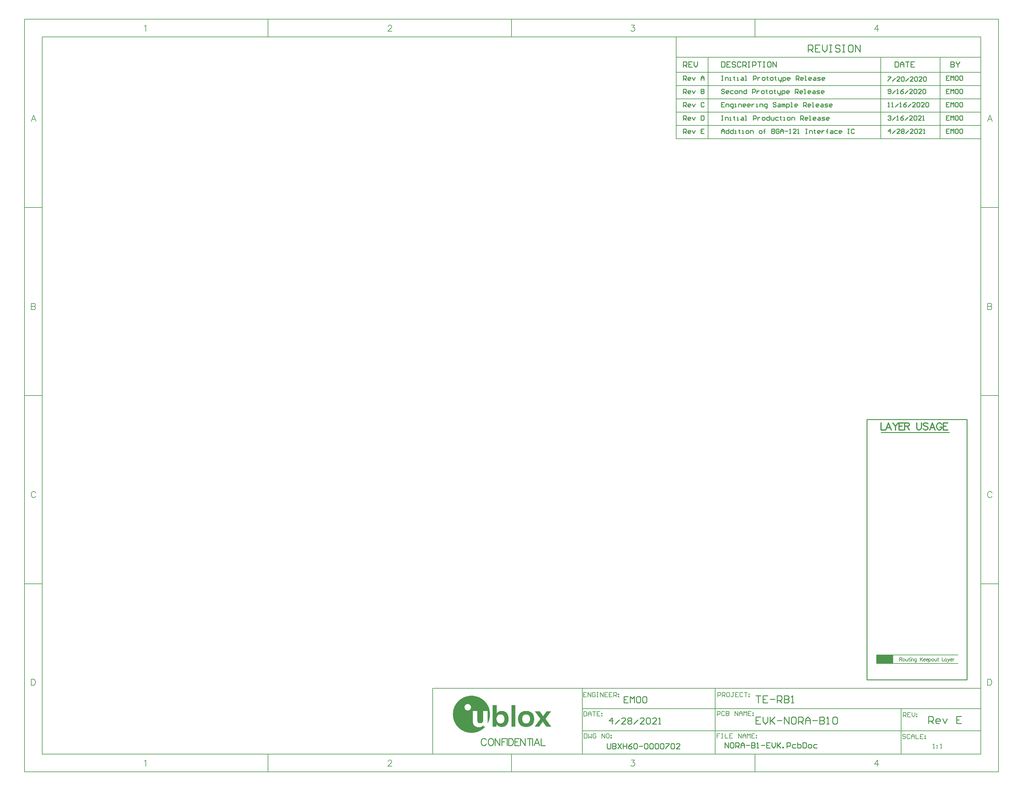
<source format=gko>
G04*
G04 #@! TF.GenerationSoftware,Altium Limited,Altium Designer,24.5.2 (23)*
G04*
G04 Layer_Color=16711935*
%FSLAX44Y44*%
%MOMM*%
G71*
G04*
G04 #@! TF.SameCoordinates,0C5A4069-AE43-482B-AD25-CF0848805004*
G04*
G04*
G04 #@! TF.FilePolarity,Positive*
G04*
G01*
G75*
%ADD10C,0.1270*%
%ADD14C,0.2540*%
%ADD15C,0.2000*%
%ADD17R,4.8260X2.4130*%
%ADD18C,0.1778*%
%ADD19C,0.2997*%
G36*
X885250Y-150059D02*
X889786D01*
Y-150512D01*
X892507D01*
Y-150966D01*
X894775D01*
Y-151419D01*
X896589D01*
Y-151873D01*
X898403D01*
Y-152327D01*
X899764D01*
Y-152780D01*
X901124D01*
Y-153234D01*
X902485D01*
Y-153687D01*
X903392D01*
Y-154141D01*
X904753D01*
Y-154594D01*
X905660D01*
Y-155048D01*
X906567D01*
Y-155501D01*
X907474D01*
Y-155955D01*
X908381D01*
Y-156409D01*
X909288D01*
Y-156862D01*
X909742D01*
Y-157316D01*
X910649D01*
Y-157769D01*
X911556D01*
Y-158223D01*
X912010D01*
Y-158676D01*
X912917D01*
Y-159130D01*
X913371D01*
Y-159584D01*
X914278D01*
Y-160037D01*
X914731D01*
Y-160491D01*
X915185D01*
Y-160944D01*
X916092D01*
Y-161398D01*
X916545D01*
Y-161851D01*
X916999D01*
Y-162305D01*
X917452D01*
Y-162758D01*
X918360D01*
Y-163212D01*
X918813D01*
Y-163666D01*
X919267D01*
Y-164119D01*
X919720D01*
Y-164573D01*
X920174D01*
Y-165026D01*
X920627D01*
Y-165480D01*
X921081D01*
Y-165933D01*
X921535D01*
Y-166387D01*
X921988D01*
Y-166840D01*
X922442D01*
Y-167294D01*
X922895D01*
Y-167747D01*
X923349D01*
Y-168201D01*
Y-168655D01*
X923802D01*
Y-169108D01*
X924256D01*
Y-169562D01*
X924709D01*
Y-170015D01*
X925163D01*
Y-170469D01*
Y-170922D01*
X925617D01*
Y-171376D01*
X926070D01*
Y-171830D01*
X926524D01*
Y-172283D01*
Y-172737D01*
X926977D01*
Y-173190D01*
X927431D01*
Y-173644D01*
Y-174097D01*
X927884D01*
Y-174551D01*
X928338D01*
Y-175004D01*
Y-175458D01*
X928791D01*
Y-175912D01*
X929245D01*
Y-176365D01*
Y-176819D01*
X929698D01*
Y-177272D01*
Y-177726D01*
X930152D01*
Y-178179D01*
Y-178633D01*
X930606D01*
Y-179086D01*
Y-179540D01*
X931059D01*
Y-179993D01*
Y-180447D01*
X931513D01*
Y-180901D01*
Y-181354D01*
X931966D01*
Y-181808D01*
Y-182261D01*
X932420D01*
Y-182715D01*
Y-183168D01*
Y-183622D01*
X932873D01*
Y-184076D01*
Y-184529D01*
X933327D01*
Y-184983D01*
Y-185436D01*
Y-185890D01*
X933781D01*
Y-186343D01*
Y-186797D01*
Y-187250D01*
X934234D01*
Y-187704D01*
Y-188158D01*
Y-188611D01*
Y-189065D01*
X934688D01*
Y-189518D01*
Y-189972D01*
Y-190425D01*
Y-190879D01*
X935141D01*
Y-191332D01*
Y-191786D01*
Y-192240D01*
Y-192693D01*
X935595D01*
Y-193147D01*
Y-193600D01*
Y-194054D01*
Y-194507D01*
Y-194961D01*
Y-195414D01*
Y-195868D01*
X936048D01*
Y-196322D01*
Y-196775D01*
Y-197229D01*
Y-197682D01*
Y-198136D01*
Y-198589D01*
Y-199043D01*
Y-199496D01*
Y-199950D01*
Y-200404D01*
Y-200857D01*
X936502D01*
Y-201311D01*
Y-201764D01*
Y-202218D01*
Y-202671D01*
Y-203125D01*
Y-203578D01*
Y-204032D01*
Y-204486D01*
Y-204939D01*
Y-205393D01*
X936048D01*
Y-205846D01*
Y-206300D01*
Y-206753D01*
Y-207207D01*
Y-207661D01*
Y-208114D01*
Y-208568D01*
Y-209021D01*
Y-209475D01*
Y-209928D01*
Y-210382D01*
X935595D01*
Y-210835D01*
Y-211289D01*
Y-211742D01*
Y-212196D01*
Y-212650D01*
Y-213103D01*
X935141D01*
Y-213557D01*
Y-214010D01*
Y-214464D01*
Y-214917D01*
Y-215371D01*
X934688D01*
Y-215825D01*
Y-216278D01*
Y-216732D01*
Y-217185D01*
X934234D01*
Y-217639D01*
Y-218092D01*
Y-218546D01*
Y-218999D01*
X933781D01*
Y-219453D01*
Y-219907D01*
Y-220360D01*
X933327D01*
Y-220814D01*
Y-221267D01*
X932873D01*
Y-221721D01*
Y-222174D01*
Y-222628D01*
X932420D01*
Y-223081D01*
Y-223535D01*
X931966D01*
Y-223988D01*
Y-224442D01*
Y-224896D01*
X931513D01*
Y-225349D01*
Y-225803D01*
X931059D01*
Y-226256D01*
Y-226710D01*
X930606D01*
Y-227163D01*
Y-227617D01*
X930152D01*
Y-228071D01*
Y-228524D01*
X929698D01*
Y-228071D01*
Y-227617D01*
Y-227163D01*
Y-226710D01*
Y-226256D01*
Y-225803D01*
Y-225349D01*
Y-224896D01*
Y-224442D01*
Y-223988D01*
Y-223535D01*
Y-223081D01*
Y-222628D01*
Y-222174D01*
Y-221721D01*
Y-221267D01*
Y-220814D01*
Y-220360D01*
Y-219907D01*
Y-219453D01*
Y-218999D01*
Y-218546D01*
Y-218092D01*
Y-217639D01*
Y-217185D01*
Y-216732D01*
Y-216278D01*
Y-215825D01*
Y-215371D01*
Y-214917D01*
Y-214464D01*
Y-214010D01*
Y-213557D01*
Y-213103D01*
Y-212650D01*
Y-212196D01*
Y-211742D01*
Y-211289D01*
Y-210835D01*
Y-210382D01*
Y-209928D01*
Y-209475D01*
Y-209021D01*
Y-208568D01*
Y-208114D01*
Y-207661D01*
Y-207207D01*
Y-206753D01*
Y-206300D01*
Y-205846D01*
Y-205393D01*
Y-204939D01*
Y-204486D01*
Y-204032D01*
Y-203578D01*
Y-203125D01*
Y-202671D01*
Y-202218D01*
Y-201764D01*
Y-201311D01*
Y-200857D01*
Y-200404D01*
Y-199950D01*
Y-199496D01*
Y-199043D01*
Y-198589D01*
Y-198136D01*
Y-197682D01*
Y-197229D01*
Y-196775D01*
Y-196322D01*
Y-195868D01*
Y-195414D01*
Y-194961D01*
Y-194507D01*
Y-194054D01*
X916999D01*
Y-194507D01*
Y-194961D01*
Y-195414D01*
Y-195868D01*
Y-196322D01*
Y-196775D01*
Y-197229D01*
Y-197682D01*
Y-198136D01*
Y-198589D01*
Y-199043D01*
Y-199496D01*
Y-199950D01*
Y-200404D01*
Y-200857D01*
Y-201311D01*
Y-201764D01*
Y-202218D01*
Y-202671D01*
Y-203125D01*
Y-203578D01*
Y-204032D01*
Y-204486D01*
Y-204939D01*
Y-205393D01*
Y-205846D01*
Y-206300D01*
Y-206753D01*
Y-207207D01*
Y-207661D01*
Y-208114D01*
Y-208568D01*
Y-209021D01*
Y-209475D01*
Y-209928D01*
Y-210382D01*
Y-210835D01*
Y-211289D01*
Y-211742D01*
Y-212196D01*
Y-212650D01*
Y-213103D01*
Y-213557D01*
Y-214010D01*
Y-214464D01*
Y-214917D01*
Y-215371D01*
Y-215825D01*
Y-216278D01*
Y-216732D01*
Y-217185D01*
Y-217639D01*
Y-218092D01*
Y-218546D01*
Y-218999D01*
Y-219453D01*
Y-219907D01*
Y-220360D01*
Y-220814D01*
Y-221267D01*
Y-221721D01*
X916545D01*
Y-222174D01*
Y-222628D01*
Y-223081D01*
Y-223535D01*
X916092D01*
Y-223988D01*
Y-224442D01*
X915638D01*
Y-224896D01*
Y-225349D01*
X915185D01*
Y-225803D01*
X914731D01*
Y-226256D01*
X914278D01*
Y-226710D01*
X913824D01*
Y-227163D01*
X913371D01*
Y-227617D01*
X912463D01*
Y-228071D01*
X911103D01*
Y-228524D01*
X904753D01*
Y-228071D01*
X903392D01*
Y-227617D01*
X902485D01*
Y-227163D01*
X902032D01*
Y-226710D01*
X901578D01*
Y-226256D01*
X901124D01*
Y-225803D01*
Y-225349D01*
X900671D01*
Y-224896D01*
Y-224442D01*
X900217D01*
Y-223988D01*
Y-223535D01*
Y-223081D01*
Y-222628D01*
X899764D01*
Y-222174D01*
Y-221721D01*
Y-221267D01*
Y-220814D01*
Y-220360D01*
Y-219907D01*
Y-219453D01*
Y-218999D01*
Y-218546D01*
Y-218092D01*
Y-217639D01*
Y-217185D01*
Y-216732D01*
Y-216278D01*
Y-215825D01*
Y-215371D01*
Y-214917D01*
Y-214464D01*
Y-214010D01*
Y-213557D01*
Y-213103D01*
Y-212650D01*
Y-212196D01*
Y-211742D01*
Y-211289D01*
Y-210835D01*
Y-210382D01*
Y-209928D01*
Y-209475D01*
Y-209021D01*
Y-208568D01*
Y-208114D01*
Y-207661D01*
Y-207207D01*
Y-206753D01*
Y-206300D01*
Y-205846D01*
Y-205393D01*
Y-204939D01*
Y-204486D01*
Y-204032D01*
Y-203578D01*
Y-203125D01*
Y-202671D01*
Y-202218D01*
Y-201764D01*
Y-201311D01*
Y-200857D01*
Y-200404D01*
Y-199950D01*
Y-199496D01*
Y-199043D01*
Y-198589D01*
Y-198136D01*
Y-197682D01*
Y-197229D01*
Y-196775D01*
Y-196322D01*
Y-195868D01*
Y-195414D01*
Y-194961D01*
Y-194507D01*
Y-194054D01*
X887064D01*
Y-194507D01*
Y-194961D01*
Y-195414D01*
Y-195868D01*
Y-196322D01*
Y-196775D01*
Y-197229D01*
Y-197682D01*
Y-198136D01*
Y-198589D01*
Y-199043D01*
Y-199496D01*
Y-199950D01*
Y-200404D01*
Y-200857D01*
Y-201311D01*
Y-201764D01*
Y-202218D01*
Y-202671D01*
Y-203125D01*
Y-203578D01*
Y-204032D01*
Y-204486D01*
Y-204939D01*
Y-205393D01*
Y-205846D01*
Y-206300D01*
Y-206753D01*
Y-207207D01*
Y-207661D01*
Y-208114D01*
Y-208568D01*
Y-209021D01*
Y-209475D01*
Y-209928D01*
Y-210382D01*
Y-210835D01*
Y-211289D01*
Y-211742D01*
Y-212196D01*
Y-212650D01*
Y-213103D01*
Y-213557D01*
Y-214010D01*
Y-214464D01*
Y-214917D01*
Y-215371D01*
Y-215825D01*
Y-216278D01*
Y-216732D01*
Y-217185D01*
Y-217639D01*
Y-218092D01*
Y-218546D01*
Y-218999D01*
Y-219453D01*
Y-219907D01*
Y-220360D01*
Y-220814D01*
Y-221267D01*
Y-221721D01*
Y-222174D01*
Y-222628D01*
Y-223081D01*
Y-223535D01*
Y-223988D01*
Y-224442D01*
Y-224896D01*
Y-225349D01*
Y-225803D01*
Y-226256D01*
Y-226710D01*
Y-227163D01*
X887518D01*
Y-227617D01*
Y-228071D01*
Y-228524D01*
Y-228978D01*
X887971D01*
Y-229431D01*
Y-229885D01*
Y-230338D01*
X888425D01*
Y-230792D01*
Y-231245D01*
Y-231699D01*
X888878D01*
Y-232153D01*
Y-232606D01*
X889332D01*
Y-233060D01*
X889786D01*
Y-233513D01*
Y-233967D01*
X890239D01*
Y-234420D01*
X890693D01*
Y-234874D01*
X891146D01*
Y-235327D01*
X891600D01*
Y-235781D01*
X892053D01*
Y-236234D01*
X892507D01*
Y-236688D01*
X893414D01*
Y-237142D01*
X893868D01*
Y-237595D01*
X894775D01*
Y-238049D01*
X895682D01*
Y-238502D01*
X896589D01*
Y-238956D01*
X897950D01*
Y-239409D01*
X899764D01*
Y-239863D01*
X908835D01*
Y-239409D01*
X910649D01*
Y-238956D01*
X911556D01*
Y-238502D01*
X912917D01*
Y-238049D01*
X913371D01*
Y-237595D01*
X914278D01*
Y-237142D01*
X914731D01*
Y-236688D01*
X915185D01*
Y-236234D01*
X916092D01*
Y-235781D01*
X916545D01*
Y-235327D01*
X916999D01*
Y-234874D01*
Y-234420D01*
X917452D01*
Y-234874D01*
Y-235327D01*
Y-235781D01*
Y-236234D01*
Y-236688D01*
Y-237142D01*
Y-237595D01*
Y-238049D01*
Y-238502D01*
Y-238956D01*
X922442D01*
Y-239409D01*
X921988D01*
Y-239863D01*
X921535D01*
Y-240317D01*
X921081D01*
Y-240770D01*
X920627D01*
Y-241224D01*
X920174D01*
Y-241677D01*
X919720D01*
Y-242131D01*
X919267D01*
Y-242584D01*
X918813D01*
Y-243038D01*
X917906D01*
Y-243491D01*
X917452D01*
Y-243945D01*
X916999D01*
Y-244398D01*
X916545D01*
Y-244852D01*
X915638D01*
Y-245306D01*
X915185D01*
Y-245759D01*
X914731D01*
Y-246213D01*
X913824D01*
Y-246666D01*
X913371D01*
Y-247120D01*
X912463D01*
Y-247573D01*
X912010D01*
Y-248027D01*
X911103D01*
Y-248480D01*
X910649D01*
Y-248934D01*
X909742D01*
Y-249388D01*
X908835D01*
Y-249841D01*
X907928D01*
Y-250295D01*
X907474D01*
Y-250748D01*
X906567D01*
Y-251202D01*
X905206D01*
Y-251655D01*
X904299D01*
Y-252109D01*
X903392D01*
Y-252563D01*
X902032D01*
Y-253016D01*
X901124D01*
Y-253470D01*
X899764D01*
Y-253923D01*
X897950D01*
Y-254377D01*
X896589D01*
Y-254830D01*
X894775D01*
Y-255284D01*
X892053D01*
Y-255737D01*
X888878D01*
Y-256191D01*
X877086D01*
Y-255737D01*
X873911D01*
Y-255284D01*
X871643D01*
Y-254830D01*
X869829D01*
Y-254377D01*
X868015D01*
Y-253923D01*
X866654D01*
Y-253470D01*
X865294D01*
Y-253016D01*
X863933D01*
Y-252563D01*
X863026D01*
Y-252109D01*
X861665D01*
Y-251655D01*
X860758D01*
Y-251202D01*
X859851D01*
Y-250748D01*
X858944D01*
Y-250295D01*
X858037D01*
Y-249841D01*
X857130D01*
Y-249388D01*
X856222D01*
Y-248934D01*
X855769D01*
Y-248480D01*
X854862D01*
Y-248027D01*
X853955D01*
Y-247573D01*
X853501D01*
Y-247120D01*
X852594D01*
Y-246666D01*
X852140D01*
Y-246213D01*
X851687D01*
Y-245759D01*
X850780D01*
Y-245306D01*
X850326D01*
Y-244852D01*
X849873D01*
Y-244398D01*
X848966D01*
Y-243945D01*
X848512D01*
Y-243491D01*
X848058D01*
Y-243038D01*
X847605D01*
Y-242584D01*
X847151D01*
Y-242131D01*
X846698D01*
Y-241677D01*
X846244D01*
Y-241224D01*
X845791D01*
Y-240770D01*
X845337D01*
Y-240317D01*
X844883D01*
Y-239863D01*
X844430D01*
Y-239409D01*
X843976D01*
Y-238956D01*
X843523D01*
Y-238502D01*
X843069D01*
Y-238049D01*
X842616D01*
Y-237595D01*
X842162D01*
Y-237142D01*
X841709D01*
Y-236688D01*
Y-236234D01*
X841255D01*
Y-235781D01*
X840801D01*
Y-235327D01*
X840348D01*
Y-234874D01*
X839894D01*
Y-234420D01*
Y-233967D01*
X839441D01*
Y-233513D01*
X838987D01*
Y-233060D01*
Y-232606D01*
X838534D01*
Y-232153D01*
X838080D01*
Y-231699D01*
Y-231245D01*
X837627D01*
Y-230792D01*
X837173D01*
Y-230338D01*
Y-229885D01*
X836720D01*
Y-229431D01*
Y-228978D01*
X836266D01*
Y-228524D01*
Y-228071D01*
X835812D01*
Y-227617D01*
Y-227163D01*
X835359D01*
Y-226710D01*
Y-226256D01*
X834905D01*
Y-225803D01*
Y-225349D01*
X834452D01*
Y-224896D01*
Y-224442D01*
X833998D01*
Y-223988D01*
Y-223535D01*
X833545D01*
Y-223081D01*
Y-222628D01*
Y-222174D01*
X833091D01*
Y-221721D01*
Y-221267D01*
Y-220814D01*
X832637D01*
Y-220360D01*
Y-219907D01*
X832184D01*
Y-219453D01*
Y-218999D01*
Y-218546D01*
Y-218092D01*
X831730D01*
Y-217639D01*
Y-217185D01*
Y-216732D01*
X831277D01*
Y-216278D01*
Y-215825D01*
Y-215371D01*
Y-214917D01*
X830823D01*
Y-214464D01*
Y-214010D01*
Y-213557D01*
Y-213103D01*
Y-212650D01*
X830370D01*
Y-212196D01*
Y-211742D01*
Y-211289D01*
Y-210835D01*
Y-210382D01*
Y-209928D01*
Y-209475D01*
X829916D01*
Y-209021D01*
Y-208568D01*
Y-208114D01*
Y-207661D01*
Y-207207D01*
Y-206753D01*
Y-206300D01*
Y-205846D01*
Y-205393D01*
Y-204939D01*
X829463D01*
Y-204486D01*
Y-204032D01*
Y-203578D01*
Y-203125D01*
Y-202671D01*
Y-202218D01*
Y-201764D01*
Y-201311D01*
Y-200857D01*
X829916D01*
Y-200404D01*
Y-199950D01*
Y-199496D01*
Y-199043D01*
Y-198589D01*
Y-198136D01*
Y-197682D01*
Y-197229D01*
Y-196775D01*
X830370D01*
Y-196322D01*
Y-195868D01*
Y-195414D01*
Y-194961D01*
Y-194507D01*
Y-194054D01*
Y-193600D01*
X830823D01*
Y-193147D01*
Y-192693D01*
Y-192240D01*
Y-191786D01*
Y-191332D01*
X831277D01*
Y-190879D01*
Y-190425D01*
Y-189972D01*
Y-189518D01*
X831730D01*
Y-189065D01*
Y-188611D01*
Y-188158D01*
Y-187704D01*
X832184D01*
Y-187250D01*
Y-186797D01*
Y-186343D01*
X832637D01*
Y-185890D01*
Y-185436D01*
Y-184983D01*
X833091D01*
Y-184529D01*
Y-184076D01*
X833545D01*
Y-183622D01*
Y-183168D01*
Y-182715D01*
X833998D01*
Y-182261D01*
Y-181808D01*
X834452D01*
Y-181354D01*
Y-180901D01*
Y-180447D01*
X834905D01*
Y-179993D01*
Y-179540D01*
X835359D01*
Y-179086D01*
Y-178633D01*
X835812D01*
Y-178179D01*
Y-177726D01*
X836266D01*
Y-177272D01*
X836720D01*
Y-176819D01*
Y-176365D01*
X837173D01*
Y-175912D01*
Y-175458D01*
X837627D01*
Y-175004D01*
X838080D01*
Y-174551D01*
Y-174097D01*
X838534D01*
Y-173644D01*
X838987D01*
Y-173190D01*
Y-172737D01*
X839441D01*
Y-172283D01*
X839894D01*
Y-171830D01*
Y-171376D01*
X840348D01*
Y-170922D01*
X840801D01*
Y-170469D01*
X841255D01*
Y-170015D01*
Y-169562D01*
X841709D01*
Y-169108D01*
X842162D01*
Y-168655D01*
X842616D01*
Y-168201D01*
X843069D01*
Y-167747D01*
X843523D01*
Y-167294D01*
X843976D01*
Y-166840D01*
X844430D01*
Y-166387D01*
Y-165933D01*
X844883D01*
Y-165480D01*
X845337D01*
Y-165026D01*
X845791D01*
Y-164573D01*
X846698D01*
Y-164119D01*
X847151D01*
Y-163666D01*
X847605D01*
Y-163212D01*
X848058D01*
Y-162758D01*
X848512D01*
Y-162305D01*
X848966D01*
Y-161851D01*
X849419D01*
Y-161398D01*
X850326D01*
Y-160944D01*
X850780D01*
Y-160491D01*
X851233D01*
Y-160037D01*
X852140D01*
Y-159584D01*
X852594D01*
Y-159130D01*
X853501D01*
Y-158676D01*
X853955D01*
Y-158223D01*
X854862D01*
Y-157769D01*
X855315D01*
Y-157316D01*
X856222D01*
Y-156862D01*
X857130D01*
Y-156409D01*
X857583D01*
Y-155955D01*
X858944D01*
Y-155501D01*
X859851D01*
Y-155048D01*
X860758D01*
Y-154594D01*
X861665D01*
Y-154141D01*
X862572D01*
Y-153687D01*
X863933D01*
Y-153234D01*
X864840D01*
Y-152780D01*
X866201D01*
Y-152327D01*
X867561D01*
Y-151873D01*
X869376D01*
Y-151419D01*
X871190D01*
Y-150966D01*
X873457D01*
Y-150512D01*
X876632D01*
Y-150059D01*
X881168D01*
Y-149605D01*
X885250D01*
Y-150059D01*
D02*
G37*
G36*
X955551Y-177272D02*
Y-177726D01*
Y-178179D01*
Y-178633D01*
Y-179086D01*
Y-179540D01*
Y-179993D01*
Y-180447D01*
Y-180901D01*
Y-181354D01*
Y-181808D01*
Y-182261D01*
Y-182715D01*
Y-183168D01*
Y-183622D01*
Y-184076D01*
Y-184529D01*
Y-184983D01*
Y-185436D01*
Y-185890D01*
Y-186343D01*
Y-186797D01*
Y-187250D01*
Y-187704D01*
Y-188158D01*
Y-188611D01*
Y-189065D01*
Y-189518D01*
Y-189972D01*
Y-190425D01*
Y-190879D01*
Y-191332D01*
Y-191786D01*
Y-192240D01*
Y-192693D01*
Y-193147D01*
Y-193600D01*
Y-194054D01*
Y-194507D01*
Y-194961D01*
Y-195414D01*
Y-195868D01*
Y-196322D01*
Y-196775D01*
Y-197229D01*
Y-197682D01*
Y-198136D01*
Y-198589D01*
Y-199043D01*
Y-199496D01*
X956458D01*
Y-199043D01*
X956912D01*
Y-198589D01*
X957365D01*
Y-198136D01*
X957819D01*
Y-197682D01*
X958272D01*
Y-197229D01*
X958726D01*
Y-196775D01*
X959180D01*
Y-196322D01*
X960087D01*
Y-195868D01*
X960540D01*
Y-195414D01*
X961447D01*
Y-194961D01*
X962355D01*
Y-194507D01*
X963715D01*
Y-194054D01*
X965529D01*
Y-193600D01*
X974147D01*
Y-194054D01*
X975961D01*
Y-194507D01*
X977322D01*
Y-194961D01*
X978682D01*
Y-195414D01*
X979590D01*
Y-195868D01*
X980043D01*
Y-196322D01*
X980950D01*
Y-196775D01*
X981404D01*
Y-197229D01*
X982311D01*
Y-197682D01*
X982765D01*
Y-198136D01*
X983218D01*
Y-198589D01*
X983672D01*
Y-199043D01*
X984125D01*
Y-199496D01*
X984579D01*
Y-199950D01*
Y-200404D01*
X985032D01*
Y-200857D01*
X985486D01*
Y-201311D01*
X985939D01*
Y-201764D01*
Y-202218D01*
X986393D01*
Y-202671D01*
Y-203125D01*
X986846D01*
Y-203578D01*
Y-204032D01*
X987300D01*
Y-204486D01*
Y-204939D01*
X987754D01*
Y-205393D01*
Y-205846D01*
Y-206300D01*
X988207D01*
Y-206753D01*
Y-207207D01*
Y-207661D01*
Y-208114D01*
X988661D01*
Y-208568D01*
Y-209021D01*
Y-209475D01*
Y-209928D01*
Y-210382D01*
X989114D01*
Y-210835D01*
Y-211289D01*
Y-211742D01*
Y-212196D01*
Y-212650D01*
Y-213103D01*
Y-213557D01*
Y-214010D01*
Y-214464D01*
X989568D01*
Y-214917D01*
X989114D01*
Y-215371D01*
Y-215825D01*
Y-216278D01*
Y-216732D01*
Y-217185D01*
Y-217639D01*
Y-218092D01*
Y-218546D01*
Y-218999D01*
Y-219453D01*
Y-219907D01*
Y-220360D01*
Y-220814D01*
Y-221267D01*
Y-221721D01*
Y-222174D01*
Y-222628D01*
X988661D01*
Y-223081D01*
Y-223535D01*
Y-223988D01*
Y-224442D01*
Y-224896D01*
X988207D01*
Y-225349D01*
Y-225803D01*
Y-226256D01*
X987754D01*
Y-226710D01*
Y-227163D01*
Y-227617D01*
X987300D01*
Y-228071D01*
Y-228524D01*
Y-228978D01*
X986846D01*
Y-229431D01*
Y-229885D01*
X986393D01*
Y-230338D01*
Y-230792D01*
X985939D01*
Y-231245D01*
X985486D01*
Y-231699D01*
Y-232153D01*
X985032D01*
Y-232606D01*
X984579D01*
Y-233060D01*
X984125D01*
Y-233513D01*
X983672D01*
Y-233967D01*
Y-234420D01*
X982765D01*
Y-234874D01*
X982311D01*
Y-235327D01*
X981857D01*
Y-235781D01*
X981404D01*
Y-236234D01*
X980497D01*
Y-236688D01*
X980043D01*
Y-237142D01*
X979136D01*
Y-237595D01*
X978229D01*
Y-238049D01*
X977322D01*
Y-238502D01*
X975961D01*
Y-238956D01*
X973693D01*
Y-239409D01*
X965983D01*
Y-238956D01*
X963715D01*
Y-238502D01*
X962808D01*
Y-238049D01*
X961447D01*
Y-237595D01*
X960994D01*
Y-237142D01*
X960087D01*
Y-236688D01*
X959633D01*
Y-236234D01*
X958726D01*
Y-235781D01*
X958272D01*
Y-235327D01*
X957819D01*
Y-234874D01*
X957365D01*
Y-234420D01*
X956912D01*
Y-233967D01*
X956458D01*
Y-233513D01*
X956005D01*
Y-233060D01*
Y-232606D01*
X955098D01*
Y-233060D01*
Y-233513D01*
Y-233967D01*
Y-234420D01*
Y-234874D01*
Y-235327D01*
Y-235781D01*
Y-236234D01*
Y-236688D01*
Y-237142D01*
Y-237595D01*
Y-238049D01*
Y-238502D01*
X943759D01*
Y-238049D01*
Y-237595D01*
Y-237142D01*
Y-236688D01*
Y-236234D01*
Y-235781D01*
Y-235327D01*
Y-234874D01*
Y-234420D01*
Y-233967D01*
Y-233513D01*
Y-233060D01*
Y-232606D01*
Y-232153D01*
Y-231699D01*
Y-231245D01*
Y-230792D01*
Y-230338D01*
Y-229885D01*
Y-229431D01*
Y-228978D01*
Y-228524D01*
Y-228071D01*
Y-227617D01*
Y-227163D01*
Y-226710D01*
Y-226256D01*
Y-225803D01*
Y-225349D01*
Y-224896D01*
Y-224442D01*
Y-223988D01*
Y-223535D01*
Y-223081D01*
Y-222628D01*
Y-222174D01*
Y-221721D01*
Y-221267D01*
Y-220814D01*
Y-220360D01*
Y-219907D01*
Y-219453D01*
Y-218999D01*
Y-218546D01*
Y-218092D01*
Y-217639D01*
Y-217185D01*
Y-216732D01*
Y-216278D01*
Y-215825D01*
Y-215371D01*
Y-214917D01*
Y-214464D01*
Y-214010D01*
Y-213557D01*
Y-213103D01*
Y-212650D01*
Y-212196D01*
Y-211742D01*
Y-211289D01*
Y-210835D01*
Y-210382D01*
Y-209928D01*
Y-209475D01*
Y-209021D01*
Y-208568D01*
Y-208114D01*
Y-207661D01*
Y-207207D01*
Y-206753D01*
Y-206300D01*
Y-205846D01*
Y-205393D01*
Y-204939D01*
Y-204486D01*
Y-204032D01*
Y-203578D01*
Y-203125D01*
Y-202671D01*
Y-202218D01*
Y-201764D01*
Y-201311D01*
Y-200857D01*
Y-200404D01*
Y-199950D01*
Y-199496D01*
Y-199043D01*
Y-198589D01*
Y-198136D01*
Y-197682D01*
Y-197229D01*
Y-196775D01*
Y-196322D01*
Y-195868D01*
Y-195414D01*
Y-194961D01*
Y-194507D01*
Y-194054D01*
Y-193600D01*
Y-193147D01*
Y-192693D01*
Y-192240D01*
Y-191786D01*
Y-191332D01*
Y-190879D01*
Y-190425D01*
Y-189972D01*
Y-189518D01*
Y-189065D01*
Y-188611D01*
Y-188158D01*
Y-187704D01*
Y-187250D01*
Y-186797D01*
Y-186343D01*
Y-185890D01*
Y-185436D01*
Y-184983D01*
Y-184529D01*
Y-184076D01*
Y-183622D01*
Y-183168D01*
Y-182715D01*
Y-182261D01*
Y-181808D01*
Y-181354D01*
Y-180901D01*
Y-180447D01*
Y-179993D01*
Y-179540D01*
Y-179086D01*
Y-178633D01*
Y-178179D01*
Y-177726D01*
Y-177272D01*
Y-176819D01*
X955551D01*
Y-177272D01*
D02*
G37*
G36*
X1009071D02*
Y-177726D01*
Y-178179D01*
Y-178633D01*
Y-179086D01*
Y-179540D01*
Y-179993D01*
Y-180447D01*
Y-180901D01*
Y-181354D01*
Y-181808D01*
Y-182261D01*
Y-182715D01*
Y-183168D01*
Y-183622D01*
Y-184076D01*
Y-184529D01*
Y-184983D01*
Y-185436D01*
Y-185890D01*
Y-186343D01*
Y-186797D01*
Y-187250D01*
Y-187704D01*
Y-188158D01*
Y-188611D01*
Y-189065D01*
Y-189518D01*
Y-189972D01*
Y-190425D01*
Y-190879D01*
Y-191332D01*
Y-191786D01*
Y-192240D01*
Y-192693D01*
Y-193147D01*
Y-193600D01*
Y-194054D01*
Y-194507D01*
Y-194961D01*
Y-195414D01*
Y-195868D01*
Y-196322D01*
Y-196775D01*
Y-197229D01*
Y-197682D01*
Y-198136D01*
Y-198589D01*
Y-199043D01*
Y-199496D01*
Y-199950D01*
Y-200404D01*
Y-200857D01*
Y-201311D01*
Y-201764D01*
Y-202218D01*
Y-202671D01*
Y-203125D01*
Y-203578D01*
Y-204032D01*
Y-204486D01*
Y-204939D01*
Y-205393D01*
Y-205846D01*
Y-206300D01*
Y-206753D01*
Y-207207D01*
Y-207661D01*
Y-208114D01*
Y-208568D01*
Y-209021D01*
Y-209475D01*
Y-209928D01*
Y-210382D01*
Y-210835D01*
Y-211289D01*
Y-211742D01*
Y-212196D01*
Y-212650D01*
Y-213103D01*
Y-213557D01*
Y-214010D01*
Y-214464D01*
Y-214917D01*
Y-215371D01*
Y-215825D01*
Y-216278D01*
Y-216732D01*
Y-217185D01*
Y-217639D01*
Y-218092D01*
Y-218546D01*
Y-218999D01*
Y-219453D01*
Y-219907D01*
Y-220360D01*
Y-220814D01*
Y-221267D01*
Y-221721D01*
Y-222174D01*
Y-222628D01*
Y-223081D01*
Y-223535D01*
Y-223988D01*
Y-224442D01*
Y-224896D01*
Y-225349D01*
Y-225803D01*
Y-226256D01*
Y-226710D01*
Y-227163D01*
Y-227617D01*
Y-228071D01*
Y-228524D01*
Y-228978D01*
Y-229431D01*
Y-229885D01*
Y-230338D01*
Y-230792D01*
Y-231245D01*
Y-231699D01*
Y-232153D01*
Y-232606D01*
Y-233060D01*
Y-233513D01*
Y-233967D01*
Y-234420D01*
Y-234874D01*
Y-235327D01*
Y-235781D01*
Y-236234D01*
Y-236688D01*
Y-237142D01*
Y-237595D01*
Y-238049D01*
Y-238502D01*
X997732D01*
Y-238049D01*
Y-237595D01*
Y-237142D01*
Y-236688D01*
Y-236234D01*
Y-235781D01*
Y-235327D01*
Y-234874D01*
Y-234420D01*
Y-233967D01*
Y-233513D01*
Y-233060D01*
Y-232606D01*
Y-232153D01*
Y-231699D01*
Y-231245D01*
Y-230792D01*
Y-230338D01*
Y-229885D01*
Y-229431D01*
Y-228978D01*
Y-228524D01*
Y-228071D01*
Y-227617D01*
Y-227163D01*
Y-226710D01*
Y-226256D01*
Y-225803D01*
Y-225349D01*
Y-224896D01*
Y-224442D01*
Y-223988D01*
Y-223535D01*
Y-223081D01*
Y-222628D01*
Y-222174D01*
Y-221721D01*
Y-221267D01*
Y-220814D01*
Y-220360D01*
Y-219907D01*
Y-219453D01*
Y-218999D01*
Y-218546D01*
Y-218092D01*
Y-217639D01*
Y-217185D01*
Y-216732D01*
Y-216278D01*
Y-215825D01*
Y-215371D01*
Y-214917D01*
Y-214464D01*
Y-214010D01*
Y-213557D01*
Y-213103D01*
Y-212650D01*
Y-212196D01*
Y-211742D01*
Y-211289D01*
Y-210835D01*
Y-210382D01*
Y-209928D01*
Y-209475D01*
Y-209021D01*
Y-208568D01*
Y-208114D01*
Y-207661D01*
Y-207207D01*
Y-206753D01*
Y-206300D01*
Y-205846D01*
Y-205393D01*
Y-204939D01*
Y-204486D01*
Y-204032D01*
Y-203578D01*
Y-203125D01*
Y-202671D01*
Y-202218D01*
Y-201764D01*
Y-201311D01*
Y-200857D01*
Y-200404D01*
Y-199950D01*
Y-199496D01*
Y-199043D01*
Y-198589D01*
Y-198136D01*
Y-197682D01*
Y-197229D01*
Y-196775D01*
Y-196322D01*
Y-195868D01*
Y-195414D01*
Y-194961D01*
Y-194507D01*
Y-194054D01*
Y-193600D01*
Y-193147D01*
Y-192693D01*
Y-192240D01*
Y-191786D01*
Y-191332D01*
Y-190879D01*
Y-190425D01*
Y-189972D01*
Y-189518D01*
Y-189065D01*
Y-188611D01*
Y-188158D01*
Y-187704D01*
Y-187250D01*
Y-186797D01*
Y-186343D01*
Y-185890D01*
Y-185436D01*
Y-184983D01*
Y-184529D01*
Y-184076D01*
Y-183622D01*
Y-183168D01*
Y-182715D01*
Y-182261D01*
Y-181808D01*
Y-181354D01*
Y-180901D01*
Y-180447D01*
Y-179993D01*
Y-179540D01*
Y-179086D01*
Y-178633D01*
Y-178179D01*
Y-177726D01*
Y-177272D01*
Y-176819D01*
X1009071D01*
Y-177272D01*
D02*
G37*
G36*
X1045355Y-194054D02*
X1047623D01*
Y-194507D01*
X1048984D01*
Y-194961D01*
X1050344D01*
Y-195414D01*
X1051252D01*
Y-195868D01*
X1052159D01*
Y-196322D01*
X1053066D01*
Y-196775D01*
X1053973D01*
Y-197229D01*
X1054426D01*
Y-197682D01*
X1055333D01*
Y-198136D01*
X1055787D01*
Y-198589D01*
X1056241D01*
Y-199043D01*
X1056694D01*
Y-199496D01*
X1057148D01*
Y-199950D01*
X1057601D01*
Y-200404D01*
X1058055D01*
Y-200857D01*
X1058508D01*
Y-201311D01*
X1058962D01*
Y-201764D01*
Y-202218D01*
X1059416D01*
Y-202671D01*
X1059869D01*
Y-203125D01*
Y-203578D01*
X1060323D01*
Y-204032D01*
Y-204486D01*
X1060776D01*
Y-204939D01*
Y-205393D01*
X1061230D01*
Y-205846D01*
Y-206300D01*
X1061683D01*
Y-206753D01*
Y-207207D01*
Y-207661D01*
X1062137D01*
Y-208114D01*
Y-208568D01*
Y-209021D01*
Y-209475D01*
Y-209928D01*
X1062590D01*
Y-210382D01*
Y-210835D01*
Y-211289D01*
Y-211742D01*
Y-212196D01*
Y-212650D01*
Y-213103D01*
X1063044D01*
Y-213557D01*
Y-214010D01*
Y-214464D01*
Y-214917D01*
Y-215371D01*
Y-215825D01*
Y-216278D01*
Y-216732D01*
Y-217185D01*
Y-217639D01*
Y-218092D01*
Y-218546D01*
Y-218999D01*
Y-219453D01*
Y-219907D01*
X1062590D01*
Y-220360D01*
Y-220814D01*
Y-221267D01*
Y-221721D01*
Y-222174D01*
Y-222628D01*
Y-223081D01*
X1062137D01*
Y-223535D01*
Y-223988D01*
Y-224442D01*
Y-224896D01*
X1061683D01*
Y-225349D01*
Y-225803D01*
Y-226256D01*
X1061230D01*
Y-226710D01*
Y-227163D01*
Y-227617D01*
X1060776D01*
Y-228071D01*
Y-228524D01*
X1060323D01*
Y-228978D01*
Y-229431D01*
X1059869D01*
Y-229885D01*
Y-230338D01*
X1059416D01*
Y-230792D01*
X1058962D01*
Y-231245D01*
X1058508D01*
Y-231699D01*
Y-232153D01*
X1058055D01*
Y-232606D01*
X1057601D01*
Y-233060D01*
X1057148D01*
Y-233513D01*
X1056694D01*
Y-233967D01*
X1056241D01*
Y-234420D01*
X1055787D01*
Y-234874D01*
X1054880D01*
Y-235327D01*
X1054426D01*
Y-235781D01*
X1053519D01*
Y-236234D01*
X1053066D01*
Y-236688D01*
X1052159D01*
Y-237142D01*
X1051252D01*
Y-237595D01*
X1049891D01*
Y-238049D01*
X1048530D01*
Y-238502D01*
X1047169D01*
Y-238956D01*
X1044902D01*
Y-239409D01*
X1035377D01*
Y-238956D01*
X1032656D01*
Y-238502D01*
X1030841D01*
Y-238049D01*
X1029934D01*
Y-237595D01*
X1028574D01*
Y-237142D01*
X1027667D01*
Y-236688D01*
X1026759D01*
Y-236234D01*
X1026306D01*
Y-235781D01*
X1025399D01*
Y-235327D01*
X1024945D01*
Y-234874D01*
X1024038D01*
Y-234420D01*
X1023585D01*
Y-233967D01*
X1023131D01*
Y-233513D01*
X1022678D01*
Y-233060D01*
X1022224D01*
Y-232606D01*
X1021770D01*
Y-232153D01*
X1021317D01*
Y-231699D01*
Y-231245D01*
X1020863D01*
Y-230792D01*
X1020410D01*
Y-230338D01*
X1019956D01*
Y-229885D01*
Y-229431D01*
X1019503D01*
Y-228978D01*
Y-228524D01*
X1019049D01*
Y-228071D01*
Y-227617D01*
X1018595D01*
Y-227163D01*
Y-226710D01*
Y-226256D01*
X1018142D01*
Y-225803D01*
Y-225349D01*
Y-224896D01*
X1017688D01*
Y-224442D01*
Y-223988D01*
Y-223535D01*
Y-223081D01*
X1017235D01*
Y-222628D01*
Y-222174D01*
Y-221721D01*
Y-221267D01*
Y-220814D01*
Y-220360D01*
Y-219907D01*
Y-219453D01*
X1016781D01*
Y-218999D01*
Y-218546D01*
Y-218092D01*
Y-217639D01*
Y-217185D01*
Y-216732D01*
Y-216278D01*
Y-215825D01*
Y-215371D01*
Y-214917D01*
Y-214464D01*
Y-214010D01*
Y-213557D01*
X1017235D01*
Y-213103D01*
Y-212650D01*
Y-212196D01*
Y-211742D01*
Y-211289D01*
Y-210835D01*
Y-210382D01*
Y-209928D01*
X1017688D01*
Y-209475D01*
Y-209021D01*
Y-208568D01*
Y-208114D01*
X1018142D01*
Y-207661D01*
Y-207207D01*
Y-206753D01*
X1018595D01*
Y-206300D01*
Y-205846D01*
Y-205393D01*
X1019049D01*
Y-204939D01*
Y-204486D01*
X1019503D01*
Y-204032D01*
Y-203578D01*
X1019956D01*
Y-203125D01*
Y-202671D01*
X1020410D01*
Y-202218D01*
X1020863D01*
Y-201764D01*
Y-201311D01*
X1021317D01*
Y-200857D01*
X1021770D01*
Y-200404D01*
X1022224D01*
Y-199950D01*
X1022678D01*
Y-199496D01*
X1023131D01*
Y-199043D01*
X1023585D01*
Y-198589D01*
X1024038D01*
Y-198136D01*
X1024492D01*
Y-197682D01*
X1025399D01*
Y-197229D01*
X1025852D01*
Y-196775D01*
X1026759D01*
Y-196322D01*
X1027667D01*
Y-195868D01*
X1028574D01*
Y-195414D01*
X1029481D01*
Y-194961D01*
X1030841D01*
Y-194507D01*
X1032202D01*
Y-194054D01*
X1034470D01*
Y-193600D01*
X1045355D01*
Y-194054D01*
D02*
G37*
G36*
X1111121Y-194961D02*
X1110667D01*
Y-195414D01*
Y-195868D01*
X1110214D01*
Y-196322D01*
X1109760D01*
Y-196775D01*
X1109307D01*
Y-197229D01*
Y-197682D01*
X1108853D01*
Y-198136D01*
X1108400D01*
Y-198589D01*
Y-199043D01*
X1107946D01*
Y-199496D01*
X1107492D01*
Y-199950D01*
X1107039D01*
Y-200404D01*
Y-200857D01*
X1106585D01*
Y-201311D01*
X1106132D01*
Y-201764D01*
X1105678D01*
Y-202218D01*
Y-202671D01*
X1105225D01*
Y-203125D01*
X1104771D01*
Y-203578D01*
X1104317D01*
Y-204032D01*
Y-204486D01*
X1103864D01*
Y-204939D01*
X1103410D01*
Y-205393D01*
Y-205846D01*
X1102957D01*
Y-206300D01*
X1102503D01*
Y-206753D01*
X1102050D01*
Y-207207D01*
Y-207661D01*
X1101596D01*
Y-208114D01*
X1101143D01*
Y-208568D01*
X1100689D01*
Y-209021D01*
Y-209475D01*
X1100236D01*
Y-209928D01*
X1099782D01*
Y-210382D01*
Y-210835D01*
X1099328D01*
Y-211289D01*
X1098875D01*
Y-211742D01*
X1098421D01*
Y-212196D01*
Y-212650D01*
X1097968D01*
Y-213103D01*
X1097514D01*
Y-213557D01*
X1097061D01*
Y-214010D01*
Y-214464D01*
X1096607D01*
Y-214917D01*
X1096153D01*
Y-215371D01*
X1095700D01*
Y-215825D01*
Y-216278D01*
Y-216732D01*
X1096153D01*
Y-217185D01*
Y-217639D01*
X1096607D01*
Y-218092D01*
X1097061D01*
Y-218546D01*
X1097514D01*
Y-218999D01*
Y-219453D01*
X1097968D01*
Y-219907D01*
X1098421D01*
Y-220360D01*
X1098875D01*
Y-220814D01*
Y-221267D01*
X1099328D01*
Y-221721D01*
X1099782D01*
Y-222174D01*
Y-222628D01*
X1100236D01*
Y-223081D01*
X1100689D01*
Y-223535D01*
X1101143D01*
Y-223988D01*
Y-224442D01*
X1101596D01*
Y-224896D01*
X1102050D01*
Y-225349D01*
X1102503D01*
Y-225803D01*
Y-226256D01*
X1102957D01*
Y-226710D01*
X1103410D01*
Y-227163D01*
X1103864D01*
Y-227617D01*
Y-228071D01*
X1104317D01*
Y-228524D01*
X1104771D01*
Y-228978D01*
X1105225D01*
Y-229431D01*
Y-229885D01*
X1105678D01*
Y-230338D01*
X1106132D01*
Y-230792D01*
X1106585D01*
Y-231245D01*
Y-231699D01*
X1107039D01*
Y-232153D01*
X1107492D01*
Y-232606D01*
X1107946D01*
Y-233060D01*
Y-233513D01*
X1108400D01*
Y-233967D01*
X1108853D01*
Y-234420D01*
Y-234874D01*
X1109307D01*
Y-235327D01*
X1109760D01*
Y-235781D01*
X1110214D01*
Y-236234D01*
Y-236688D01*
X1110667D01*
Y-237142D01*
X1111121D01*
Y-237595D01*
X1111574D01*
Y-238049D01*
X1112028D01*
Y-238502D01*
X1097514D01*
Y-238049D01*
Y-237595D01*
X1097061D01*
Y-237142D01*
X1096607D01*
Y-236688D01*
X1096153D01*
Y-236234D01*
Y-235781D01*
X1095700D01*
Y-235327D01*
X1095246D01*
Y-234874D01*
X1094793D01*
Y-234420D01*
Y-233967D01*
X1094339D01*
Y-233513D01*
X1093886D01*
Y-233060D01*
Y-232606D01*
X1093432D01*
Y-232153D01*
X1092979D01*
Y-231699D01*
X1092525D01*
Y-231245D01*
Y-230792D01*
X1092072D01*
Y-230338D01*
X1091618D01*
Y-229885D01*
X1091164D01*
Y-229431D01*
Y-228978D01*
X1090711D01*
Y-228524D01*
X1090257D01*
Y-228071D01*
Y-227617D01*
X1089804D01*
Y-227163D01*
X1089350D01*
Y-226710D01*
X1088897D01*
Y-226256D01*
Y-225803D01*
X1088443D01*
Y-225349D01*
X1087990D01*
Y-224896D01*
X1087536D01*
Y-224442D01*
X1087082D01*
Y-224896D01*
Y-225349D01*
X1086629D01*
Y-225803D01*
X1086175D01*
Y-226256D01*
X1085722D01*
Y-226710D01*
Y-227163D01*
X1085268D01*
Y-227617D01*
X1084815D01*
Y-228071D01*
Y-228524D01*
X1084361D01*
Y-228978D01*
X1083907D01*
Y-229431D01*
X1083454D01*
Y-229885D01*
Y-230338D01*
X1083000D01*
Y-230792D01*
X1082547D01*
Y-231245D01*
Y-231699D01*
X1082093D01*
Y-232153D01*
X1081640D01*
Y-232606D01*
X1081186D01*
Y-233060D01*
Y-233513D01*
X1080733D01*
Y-233967D01*
X1080279D01*
Y-234420D01*
Y-234874D01*
X1079826D01*
Y-235327D01*
X1079372D01*
Y-235781D01*
X1078918D01*
Y-236234D01*
Y-236688D01*
X1078465D01*
Y-237142D01*
X1078011D01*
Y-237595D01*
Y-238049D01*
X1077558D01*
Y-238502D01*
X1064405D01*
Y-238049D01*
X1064858D01*
Y-237595D01*
X1065312D01*
Y-237142D01*
Y-236688D01*
X1065765D01*
Y-236234D01*
X1066219D01*
Y-235781D01*
X1066672D01*
Y-235327D01*
Y-234874D01*
X1067126D01*
Y-234420D01*
X1067579D01*
Y-233967D01*
Y-233513D01*
X1068033D01*
Y-233060D01*
X1068487D01*
Y-232606D01*
X1068940D01*
Y-232153D01*
X1069394D01*
Y-231699D01*
Y-231245D01*
X1069847D01*
Y-230792D01*
X1070301D01*
Y-230338D01*
Y-229885D01*
X1070754D01*
Y-229431D01*
X1071208D01*
Y-228978D01*
X1071662D01*
Y-228524D01*
Y-228071D01*
X1072115D01*
Y-227617D01*
X1072569D01*
Y-227163D01*
X1073022D01*
Y-226710D01*
Y-226256D01*
X1073476D01*
Y-225803D01*
X1073929D01*
Y-225349D01*
X1074383D01*
Y-224896D01*
Y-224442D01*
X1074836D01*
Y-223988D01*
X1075290D01*
Y-223535D01*
X1075743D01*
Y-223081D01*
Y-222628D01*
X1076197D01*
Y-222174D01*
X1076651D01*
Y-221721D01*
X1077104D01*
Y-221267D01*
Y-220814D01*
X1077558D01*
Y-220360D01*
X1078011D01*
Y-219907D01*
X1078465D01*
Y-219453D01*
Y-218999D01*
X1078918D01*
Y-218546D01*
X1079372D01*
Y-218092D01*
Y-217639D01*
X1079826D01*
Y-217185D01*
X1080279D01*
Y-216732D01*
X1080733D01*
Y-216278D01*
Y-215825D01*
X1080279D01*
Y-215371D01*
X1079826D01*
Y-214917D01*
X1079372D01*
Y-214464D01*
Y-214010D01*
X1078918D01*
Y-213557D01*
X1078465D01*
Y-213103D01*
X1078011D01*
Y-212650D01*
Y-212196D01*
X1077558D01*
Y-211742D01*
X1077104D01*
Y-211289D01*
Y-210835D01*
X1076651D01*
Y-210382D01*
X1076197D01*
Y-209928D01*
X1075743D01*
Y-209475D01*
Y-209021D01*
X1075290D01*
Y-208568D01*
X1074836D01*
Y-208114D01*
X1074383D01*
Y-207661D01*
Y-207207D01*
X1073929D01*
Y-206753D01*
X1073476D01*
Y-206300D01*
Y-205846D01*
X1073022D01*
Y-205393D01*
X1072569D01*
Y-204939D01*
X1072115D01*
Y-204486D01*
Y-204032D01*
X1071662D01*
Y-203578D01*
X1071208D01*
Y-203125D01*
X1070754D01*
Y-202671D01*
Y-202218D01*
X1070301D01*
Y-201764D01*
X1069847D01*
Y-201311D01*
Y-200857D01*
X1069394D01*
Y-200404D01*
X1068940D01*
Y-199950D01*
X1068487D01*
Y-199496D01*
Y-199043D01*
X1068033D01*
Y-198589D01*
X1067579D01*
Y-198136D01*
X1067126D01*
Y-197682D01*
Y-197229D01*
X1066672D01*
Y-196775D01*
X1066219D01*
Y-196322D01*
Y-195868D01*
X1065765D01*
Y-195414D01*
X1065312D01*
Y-194961D01*
X1064858D01*
Y-194507D01*
X1078918D01*
Y-194961D01*
X1079372D01*
Y-195414D01*
X1079826D01*
Y-195868D01*
Y-196322D01*
X1080279D01*
Y-196775D01*
X1080733D01*
Y-197229D01*
X1081186D01*
Y-197682D01*
Y-198136D01*
X1081640D01*
Y-198589D01*
X1082093D01*
Y-199043D01*
Y-199496D01*
X1082547D01*
Y-199950D01*
X1083000D01*
Y-200404D01*
Y-200857D01*
X1083454D01*
Y-201311D01*
X1083907D01*
Y-201764D01*
X1084361D01*
Y-202218D01*
Y-202671D01*
X1084815D01*
Y-203125D01*
X1085268D01*
Y-203578D01*
Y-204032D01*
X1085722D01*
Y-204486D01*
X1086175D01*
Y-204939D01*
X1086629D01*
Y-205393D01*
Y-205846D01*
X1087082D01*
Y-206300D01*
X1087536D01*
Y-206753D01*
Y-207207D01*
X1087990D01*
Y-207661D01*
X1088443D01*
Y-208114D01*
X1088897D01*
Y-207661D01*
X1089350D01*
Y-207207D01*
Y-206753D01*
X1089804D01*
Y-206300D01*
X1090257D01*
Y-205846D01*
X1090711D01*
Y-205393D01*
Y-204939D01*
X1091164D01*
Y-204486D01*
X1091618D01*
Y-204032D01*
Y-203578D01*
X1092072D01*
Y-203125D01*
X1092525D01*
Y-202671D01*
X1092979D01*
Y-202218D01*
Y-201764D01*
X1093432D01*
Y-201311D01*
X1093886D01*
Y-200857D01*
Y-200404D01*
X1094339D01*
Y-199950D01*
X1094793D01*
Y-199496D01*
X1095246D01*
Y-199043D01*
Y-198589D01*
X1095700D01*
Y-198136D01*
X1096153D01*
Y-197682D01*
Y-197229D01*
X1096607D01*
Y-196775D01*
X1097061D01*
Y-196322D01*
X1097514D01*
Y-195868D01*
Y-195414D01*
X1097968D01*
Y-194961D01*
X1098421D01*
Y-194507D01*
X1111121D01*
Y-194961D01*
D02*
G37*
%LPC*%
G36*
X873457Y-173644D02*
X871190D01*
Y-174097D01*
X869376D01*
Y-174551D01*
X868468D01*
Y-175004D01*
X867561D01*
Y-175458D01*
X866654D01*
Y-175912D01*
X866201D01*
Y-176365D01*
X865747D01*
Y-176819D01*
X865294D01*
Y-177272D01*
X864840D01*
Y-177726D01*
Y-178179D01*
X864386D01*
Y-178633D01*
X863933D01*
Y-179086D01*
Y-179540D01*
X863479D01*
Y-179993D01*
Y-180447D01*
Y-180901D01*
Y-181354D01*
X863026D01*
Y-181808D01*
Y-182261D01*
Y-182715D01*
Y-183168D01*
Y-183622D01*
Y-184076D01*
Y-184529D01*
Y-184983D01*
X863479D01*
Y-185436D01*
Y-185890D01*
Y-186343D01*
X863933D01*
Y-186797D01*
Y-187250D01*
X864386D01*
Y-187704D01*
Y-188158D01*
X864840D01*
Y-188611D01*
X865294D01*
Y-189065D01*
X865747D01*
Y-189518D01*
X866201D01*
Y-189972D01*
X866654D01*
Y-190425D01*
X867108D01*
Y-190879D01*
X868015D01*
Y-191332D01*
X868922D01*
Y-191786D01*
X870283D01*
Y-192240D01*
X874365D01*
Y-191786D01*
X875725D01*
Y-191332D01*
X876632D01*
Y-190879D01*
X877540D01*
Y-190425D01*
X877993D01*
Y-189972D01*
X878447D01*
Y-189518D01*
X879354D01*
Y-189065D01*
Y-188611D01*
X879807D01*
Y-188158D01*
X880261D01*
Y-187704D01*
Y-187250D01*
X880714D01*
Y-186797D01*
Y-186343D01*
X881168D01*
Y-185890D01*
Y-185436D01*
Y-184983D01*
X881622D01*
Y-184529D01*
Y-184076D01*
Y-183622D01*
Y-183168D01*
Y-182715D01*
Y-182261D01*
Y-181808D01*
Y-181354D01*
X881168D01*
Y-180901D01*
Y-180447D01*
Y-179993D01*
Y-179540D01*
X880714D01*
Y-179086D01*
Y-178633D01*
X880261D01*
Y-178179D01*
Y-177726D01*
X879807D01*
Y-177272D01*
X879354D01*
Y-176819D01*
X878900D01*
Y-176365D01*
X878447D01*
Y-175912D01*
X877993D01*
Y-175458D01*
X877086D01*
Y-175004D01*
X876632D01*
Y-174551D01*
X875272D01*
Y-174097D01*
X873457D01*
Y-173644D01*
D02*
G37*
G36*
X968251Y-203578D02*
X964169D01*
Y-204032D01*
X962355D01*
Y-204486D01*
X960994D01*
Y-204939D01*
X960087D01*
Y-205393D01*
X959633D01*
Y-205846D01*
X958726D01*
Y-206300D01*
X958272D01*
Y-206753D01*
X957819D01*
Y-207207D01*
Y-207661D01*
X957365D01*
Y-208114D01*
X956912D01*
Y-208568D01*
Y-209021D01*
X956458D01*
Y-209475D01*
Y-209928D01*
X956005D01*
Y-210382D01*
Y-210835D01*
Y-211289D01*
X955551D01*
Y-211742D01*
Y-212196D01*
Y-212650D01*
Y-213103D01*
Y-213557D01*
X955098D01*
Y-214010D01*
Y-214464D01*
Y-214917D01*
Y-215371D01*
Y-215825D01*
Y-216278D01*
Y-216732D01*
Y-217185D01*
Y-217639D01*
Y-218092D01*
Y-218546D01*
Y-218999D01*
Y-219453D01*
X955551D01*
Y-219907D01*
Y-220360D01*
Y-220814D01*
Y-221267D01*
Y-221721D01*
X956005D01*
Y-222174D01*
Y-222628D01*
Y-223081D01*
X956458D01*
Y-223535D01*
Y-223988D01*
X956912D01*
Y-224442D01*
Y-224896D01*
X957365D01*
Y-225349D01*
X957819D01*
Y-225803D01*
X958272D01*
Y-226256D01*
X958726D01*
Y-226710D01*
X959180D01*
Y-227163D01*
X959633D01*
Y-227617D01*
X960540D01*
Y-228071D01*
X961447D01*
Y-228524D01*
X962355D01*
Y-228978D01*
X964622D01*
Y-229431D01*
X967797D01*
Y-228978D01*
X970065D01*
Y-228524D01*
X971426D01*
Y-228071D01*
X972333D01*
Y-227617D01*
X972786D01*
Y-227163D01*
X973693D01*
Y-226710D01*
X974147D01*
Y-226256D01*
X974601D01*
Y-225803D01*
X975054D01*
Y-225349D01*
Y-224896D01*
X975508D01*
Y-224442D01*
X975961D01*
Y-223988D01*
Y-223535D01*
X976415D01*
Y-223081D01*
Y-222628D01*
Y-222174D01*
X976868D01*
Y-221721D01*
Y-221267D01*
Y-220814D01*
Y-220360D01*
X977322D01*
Y-219907D01*
Y-219453D01*
Y-218999D01*
Y-218546D01*
Y-218092D01*
Y-217639D01*
Y-217185D01*
Y-216732D01*
Y-216278D01*
Y-215825D01*
Y-215371D01*
Y-214917D01*
Y-214464D01*
Y-214010D01*
Y-213557D01*
Y-213103D01*
Y-212650D01*
Y-212196D01*
X976868D01*
Y-211742D01*
Y-211289D01*
Y-210835D01*
Y-210382D01*
X976415D01*
Y-209928D01*
Y-209475D01*
X975961D01*
Y-209021D01*
Y-208568D01*
X975508D01*
Y-208114D01*
Y-207661D01*
X975054D01*
Y-207207D01*
X974601D01*
Y-206753D01*
X974147D01*
Y-206300D01*
X973693D01*
Y-205846D01*
X973240D01*
Y-205393D01*
X972333D01*
Y-204939D01*
X971426D01*
Y-204486D01*
X970518D01*
Y-204032D01*
X968251D01*
Y-203578D01*
D02*
G37*
G36*
X1042180D02*
X1037645D01*
Y-204032D01*
X1035831D01*
Y-204486D01*
X1034470D01*
Y-204939D01*
X1033563D01*
Y-205393D01*
X1033109D01*
Y-205846D01*
X1032656D01*
Y-206300D01*
X1032202D01*
Y-206753D01*
X1031749D01*
Y-207207D01*
X1031295D01*
Y-207661D01*
X1030841D01*
Y-208114D01*
X1030388D01*
Y-208568D01*
Y-209021D01*
X1029934D01*
Y-209475D01*
Y-209928D01*
X1029481D01*
Y-210382D01*
Y-210835D01*
Y-211289D01*
X1029027D01*
Y-211742D01*
Y-212196D01*
Y-212650D01*
Y-213103D01*
Y-213557D01*
Y-214010D01*
Y-214464D01*
X1028574D01*
Y-214917D01*
Y-215371D01*
Y-215825D01*
Y-216278D01*
Y-216732D01*
Y-217185D01*
Y-217639D01*
Y-218092D01*
X1029027D01*
Y-218546D01*
Y-218999D01*
Y-219453D01*
Y-219907D01*
Y-220360D01*
Y-220814D01*
Y-221267D01*
X1029481D01*
Y-221721D01*
Y-222174D01*
Y-222628D01*
X1029934D01*
Y-223081D01*
Y-223535D01*
Y-223988D01*
X1030388D01*
Y-224442D01*
X1030841D01*
Y-224896D01*
Y-225349D01*
X1031295D01*
Y-225803D01*
X1031749D01*
Y-226256D01*
X1032202D01*
Y-226710D01*
X1032656D01*
Y-227163D01*
X1033109D01*
Y-227617D01*
X1034016D01*
Y-228071D01*
X1034923D01*
Y-228524D01*
X1036284D01*
Y-228978D01*
X1038552D01*
Y-229431D01*
X1041273D01*
Y-228978D01*
X1043541D01*
Y-228524D01*
X1044902D01*
Y-228071D01*
X1045809D01*
Y-227617D01*
X1046716D01*
Y-227163D01*
X1047169D01*
Y-226710D01*
X1047623D01*
Y-226256D01*
X1048077D01*
Y-225803D01*
X1048530D01*
Y-225349D01*
X1048984D01*
Y-224896D01*
Y-224442D01*
X1049437D01*
Y-223988D01*
X1049891D01*
Y-223535D01*
Y-223081D01*
Y-222628D01*
X1050344D01*
Y-222174D01*
Y-221721D01*
Y-221267D01*
X1050798D01*
Y-220814D01*
Y-220360D01*
Y-219907D01*
Y-219453D01*
Y-218999D01*
X1051252D01*
Y-218546D01*
Y-218092D01*
Y-217639D01*
Y-217185D01*
Y-216732D01*
Y-216278D01*
Y-215825D01*
Y-215371D01*
Y-214917D01*
Y-214464D01*
Y-214010D01*
X1050798D01*
Y-213557D01*
Y-213103D01*
Y-212650D01*
Y-212196D01*
Y-211742D01*
Y-211289D01*
X1050344D01*
Y-210835D01*
Y-210382D01*
Y-209928D01*
X1049891D01*
Y-209475D01*
Y-209021D01*
X1049437D01*
Y-208568D01*
Y-208114D01*
X1048984D01*
Y-207661D01*
X1048530D01*
Y-207207D01*
X1048077D01*
Y-206753D01*
X1047623D01*
Y-206300D01*
X1047169D01*
Y-205846D01*
X1046716D01*
Y-205393D01*
X1045809D01*
Y-204939D01*
X1045355D01*
Y-204486D01*
X1043995D01*
Y-204032D01*
X1042180D01*
Y-203578D01*
D02*
G37*
%LPD*%
D10*
X2111174Y-40267D02*
Y-50425D01*
Y-40267D02*
X2115527D01*
X2116979Y-40751D01*
X2117462Y-41235D01*
X2117946Y-42202D01*
Y-43169D01*
X2117462Y-44137D01*
X2116979Y-44620D01*
X2115527Y-45104D01*
X2111174D01*
X2114560D02*
X2117946Y-50425D01*
X2122638Y-43653D02*
X2121671Y-44137D01*
X2120703Y-45104D01*
X2120219Y-46555D01*
Y-47523D01*
X2120703Y-48974D01*
X2121671Y-49941D01*
X2122638Y-50425D01*
X2124089D01*
X2125056Y-49941D01*
X2126024Y-48974D01*
X2126508Y-47523D01*
Y-46555D01*
X2126024Y-45104D01*
X2125056Y-44137D01*
X2124089Y-43653D01*
X2122638D01*
X2128733D02*
Y-48490D01*
X2129216Y-49941D01*
X2130184Y-50425D01*
X2131635D01*
X2132602Y-49941D01*
X2134053Y-48490D01*
Y-43653D02*
Y-50425D01*
X2138165Y-40267D02*
Y-48490D01*
X2138649Y-49941D01*
X2139616Y-50425D01*
X2140583D01*
X2136714Y-43653D02*
X2140100D01*
X2143002Y-40267D02*
X2143486Y-40751D01*
X2143969Y-40267D01*
X2143486Y-39783D01*
X2143002Y-40267D01*
X2143486Y-43653D02*
Y-50425D01*
X2145759Y-43653D02*
Y-50425D01*
Y-45588D02*
X2147210Y-44137D01*
X2148178Y-43653D01*
X2149629D01*
X2150596Y-44137D01*
X2151080Y-45588D01*
Y-50425D01*
X2159545Y-43653D02*
Y-51392D01*
X2159061Y-52843D01*
X2158577Y-53327D01*
X2157610Y-53811D01*
X2156159D01*
X2155191Y-53327D01*
X2159545Y-45104D02*
X2158577Y-44137D01*
X2157610Y-43653D01*
X2156159D01*
X2155191Y-44137D01*
X2154224Y-45104D01*
X2153740Y-46555D01*
Y-47523D01*
X2154224Y-48974D01*
X2155191Y-49941D01*
X2156159Y-50425D01*
X2157610D01*
X2158577Y-49941D01*
X2159545Y-48974D01*
X2170235Y-40267D02*
Y-50425D01*
X2177006Y-40267D02*
X2170235Y-47039D01*
X2172653Y-44620D02*
X2177006Y-50425D01*
X2179280Y-46555D02*
X2185084D01*
Y-45588D01*
X2184601Y-44620D01*
X2184117Y-44137D01*
X2183150Y-43653D01*
X2181698D01*
X2180731Y-44137D01*
X2179764Y-45104D01*
X2179280Y-46555D01*
Y-47523D01*
X2179764Y-48974D01*
X2180731Y-49941D01*
X2181698Y-50425D01*
X2183150D01*
X2184117Y-49941D01*
X2185084Y-48974D01*
X2187261Y-46555D02*
X2193065D01*
Y-45588D01*
X2192582Y-44620D01*
X2192098Y-44137D01*
X2191131Y-43653D01*
X2189680D01*
X2188712Y-44137D01*
X2187745Y-45104D01*
X2187261Y-46555D01*
Y-47523D01*
X2187745Y-48974D01*
X2188712Y-49941D01*
X2189680Y-50425D01*
X2191131D01*
X2192098Y-49941D01*
X2193065Y-48974D01*
X2195242Y-43653D02*
Y-53811D01*
Y-45104D02*
X2196210Y-44137D01*
X2197177Y-43653D01*
X2198628D01*
X2199595Y-44137D01*
X2200563Y-45104D01*
X2201047Y-46555D01*
Y-47523D01*
X2200563Y-48974D01*
X2199595Y-49941D01*
X2198628Y-50425D01*
X2197177D01*
X2196210Y-49941D01*
X2195242Y-48974D01*
X2205642Y-43653D02*
X2204674Y-44137D01*
X2203707Y-45104D01*
X2203223Y-46555D01*
Y-47523D01*
X2203707Y-48974D01*
X2204674Y-49941D01*
X2205642Y-50425D01*
X2207093D01*
X2208060Y-49941D01*
X2209028Y-48974D01*
X2209511Y-47523D01*
Y-46555D01*
X2209028Y-45104D01*
X2208060Y-44137D01*
X2207093Y-43653D01*
X2205642D01*
X2211736D02*
Y-48490D01*
X2212220Y-49941D01*
X2213188Y-50425D01*
X2214639D01*
X2215606Y-49941D01*
X2217057Y-48490D01*
Y-43653D02*
Y-50425D01*
X2221169Y-40267D02*
Y-48490D01*
X2221652Y-49941D01*
X2222620Y-50425D01*
X2223587D01*
X2219718Y-43653D02*
X2223104D01*
X2233020Y-40267D02*
Y-50425D01*
X2238824D01*
X2245741Y-43653D02*
Y-50425D01*
Y-45104D02*
X2244774Y-44137D01*
X2243806Y-43653D01*
X2242355D01*
X2241388Y-44137D01*
X2240420Y-45104D01*
X2239937Y-46555D01*
Y-47523D01*
X2240420Y-48974D01*
X2241388Y-49941D01*
X2242355Y-50425D01*
X2243806D01*
X2244774Y-49941D01*
X2245741Y-48974D01*
X2248933Y-43653D02*
X2251836Y-50425D01*
X2254738Y-43653D02*
X2251836Y-50425D01*
X2250868Y-52360D01*
X2249901Y-53327D01*
X2248933Y-53811D01*
X2248450D01*
X2256431Y-46555D02*
X2262235D01*
Y-45588D01*
X2261752Y-44620D01*
X2261268Y-44137D01*
X2260300Y-43653D01*
X2258849D01*
X2257882Y-44137D01*
X2256915Y-45104D01*
X2256431Y-46555D01*
Y-47523D01*
X2256915Y-48974D01*
X2257882Y-49941D01*
X2258849Y-50425D01*
X2260300D01*
X2261268Y-49941D01*
X2262235Y-48974D01*
X2264412Y-43653D02*
Y-50425D01*
Y-46555D02*
X2264896Y-45104D01*
X2265863Y-44137D01*
X2266830Y-43653D01*
X2268282D01*
X2227580Y1448258D02*
Y1524508D01*
X2057400Y1448258D02*
Y1524508D01*
X1562100Y1448258D02*
Y1524508D01*
X1470660Y1448258D02*
Y1524508D01*
Y1448258D02*
X2344420D01*
X1470660Y1486358D02*
X2344360D01*
X1582360Y-165262D02*
Y-128686D01*
X1201360D02*
X1582360D01*
X772160D02*
X1201360D01*
X1582360Y-317662D02*
Y-165262D01*
X2115760Y-317662D02*
Y-187868D01*
X1201360Y-317662D02*
Y-128686D01*
X2344360Y-317662D02*
Y-128686D01*
X1582360D02*
X2344360D01*
X1201360Y-187106D02*
X2344360D01*
X1201360Y-250352D02*
X2344360D01*
X1201360Y-317662D02*
X2344360D01*
X772160D02*
Y-128686D01*
Y-317662D02*
X1201360D01*
X2227580Y1524508D02*
Y1681988D01*
X2057400Y1524508D02*
Y1681988D01*
X1562100Y1524508D02*
Y1681988D01*
X1470660D02*
X2344360D01*
X1470660Y1600708D02*
X2344360D01*
X1470660Y1638808D02*
X2344420D01*
X1470660Y1562608D02*
X2344360D01*
X1470660Y1524508D02*
X2344420D01*
X1470660D02*
Y1740408D01*
X-398780Y-367792D02*
X2395220D01*
X2344360Y171288D02*
X2395160D01*
X2344360Y711038D02*
X2395160D01*
X2344360Y1250788D02*
X2395160D01*
X2344360Y-317662D02*
Y1739738D01*
X2395220Y-367792D02*
Y1791208D01*
X-398780D02*
X2395220D01*
X1696660Y1739738D02*
Y1790538D01*
X998160Y1739738D02*
Y1790538D01*
X299660Y1739738D02*
Y1790538D01*
X-348040Y1739738D02*
X2344360D01*
X1696660Y-368462D02*
Y-317662D01*
X998160Y-368462D02*
Y-317662D01*
X299660Y-368462D02*
Y-317662D01*
X-398840Y171288D02*
X-348040D01*
X-398840Y711038D02*
X-348040D01*
X-398840Y1250788D02*
X-348040D01*
X-398780Y-367792D02*
Y1791208D01*
X-348040Y-317662D02*
Y1739738D01*
Y-317662D02*
X2344360D01*
X1588202Y-207172D02*
Y-194476D01*
X1594550D01*
X1596666Y-196592D01*
Y-200824D01*
X1594550Y-202940D01*
X1588202D01*
X1609362Y-196592D02*
X1607246Y-194476D01*
X1603014D01*
X1600898Y-196592D01*
Y-205056D01*
X1603014Y-207172D01*
X1607246D01*
X1609362Y-205056D01*
X1613594Y-194476D02*
Y-207172D01*
X1619942D01*
X1622058Y-205056D01*
Y-202940D01*
X1619942Y-200824D01*
X1613594D01*
X1619942D01*
X1622058Y-198708D01*
Y-196592D01*
X1619942Y-194476D01*
X1613594D01*
X1638985Y-207172D02*
Y-194476D01*
X1647449Y-207172D01*
Y-194476D01*
X1651681Y-207172D02*
Y-198708D01*
X1655913Y-194476D01*
X1660145Y-198708D01*
Y-207172D01*
Y-200824D01*
X1651681D01*
X1664377Y-207172D02*
Y-194476D01*
X1668609Y-198708D01*
X1672841Y-194476D01*
Y-207172D01*
X1685537Y-194476D02*
X1677073D01*
Y-207172D01*
X1685537D01*
X1677073Y-200824D02*
X1681305D01*
X1689769Y-198708D02*
X1691885D01*
Y-200824D01*
X1689769D01*
Y-198708D01*
Y-205056D02*
X1691885D01*
Y-207172D01*
X1689769D01*
Y-205056D01*
X2128542Y-262632D02*
X2126426Y-260516D01*
X2122194D01*
X2120078Y-262632D01*
Y-264748D01*
X2122194Y-266864D01*
X2126426D01*
X2128542Y-268980D01*
Y-271096D01*
X2126426Y-273212D01*
X2122194D01*
X2120078Y-271096D01*
X2141238Y-262632D02*
X2139122Y-260516D01*
X2134890D01*
X2132774Y-262632D01*
Y-271096D01*
X2134890Y-273212D01*
X2139122D01*
X2141238Y-271096D01*
X2145470Y-273212D02*
Y-264748D01*
X2149702Y-260516D01*
X2153934Y-264748D01*
Y-273212D01*
Y-266864D01*
X2145470D01*
X2158166Y-260516D02*
Y-273212D01*
X2166630D01*
X2179326Y-260516D02*
X2170862D01*
Y-273212D01*
X2179326D01*
X2170862Y-266864D02*
X2175094D01*
X2183557Y-264748D02*
X2185673D01*
Y-266864D01*
X2183557D01*
Y-264748D01*
Y-271096D02*
X2185673D01*
Y-273212D01*
X2183557D01*
Y-271096D01*
X1595964Y-258576D02*
X1587500D01*
Y-264924D01*
X1591732D01*
X1587500D01*
Y-271272D01*
X1600196Y-258576D02*
X1604428D01*
X1602312D01*
Y-271272D01*
X1600196D01*
X1604428D01*
X1610776Y-258576D02*
Y-271272D01*
X1619240D01*
X1631936Y-258576D02*
X1623472D01*
Y-271272D01*
X1631936D01*
X1623472Y-264924D02*
X1627704D01*
X1648864Y-271272D02*
Y-258576D01*
X1657327Y-271272D01*
Y-258576D01*
X1661559Y-271272D02*
Y-262808D01*
X1665791Y-258576D01*
X1670023Y-262808D01*
Y-271272D01*
Y-264924D01*
X1661559D01*
X1674255Y-271272D02*
Y-258576D01*
X1678487Y-262808D01*
X1682719Y-258576D01*
Y-271272D01*
X1695415Y-258576D02*
X1686951D01*
Y-271272D01*
X1695415D01*
X1686951Y-264924D02*
X1691183D01*
X1699647Y-262808D02*
X1701763D01*
Y-264924D01*
X1699647D01*
Y-262808D01*
Y-269156D02*
X1701763D01*
Y-271272D01*
X1699647D01*
Y-269156D01*
X1589472Y-152816D02*
Y-140120D01*
X1595820D01*
X1597936Y-142236D01*
Y-146468D01*
X1595820Y-148584D01*
X1589472D01*
X1602168Y-152816D02*
Y-140120D01*
X1608516D01*
X1610632Y-142236D01*
Y-146468D01*
X1608516Y-148584D01*
X1602168D01*
X1606400D02*
X1610632Y-152816D01*
X1621212Y-140120D02*
X1616980D01*
X1614864Y-142236D01*
Y-150700D01*
X1616980Y-152816D01*
X1621212D01*
X1623328Y-150700D01*
Y-142236D01*
X1621212Y-140120D01*
X1636024D02*
X1631792D01*
X1633908D01*
Y-150700D01*
X1631792Y-152816D01*
X1629676D01*
X1627560Y-150700D01*
X1648719Y-140120D02*
X1640255D01*
Y-152816D01*
X1648719D01*
X1640255Y-146468D02*
X1644487D01*
X1661415Y-142236D02*
X1659299Y-140120D01*
X1655067D01*
X1652951Y-142236D01*
Y-150700D01*
X1655067Y-152816D01*
X1659299D01*
X1661415Y-150700D01*
X1665647Y-140120D02*
X1674111D01*
X1669879D01*
Y-152816D01*
X1678343Y-144352D02*
X1680459D01*
Y-146468D01*
X1678343D01*
Y-144352D01*
Y-150700D02*
X1680459D01*
Y-152816D01*
X1678343D01*
Y-150700D01*
X1212872Y-140374D02*
X1204408D01*
Y-153070D01*
X1212872D01*
X1204408Y-146722D02*
X1208640D01*
X1217104Y-153070D02*
Y-140374D01*
X1225568Y-153070D01*
Y-140374D01*
X1238264Y-142490D02*
X1236148Y-140374D01*
X1231916D01*
X1229800Y-142490D01*
Y-150954D01*
X1231916Y-153070D01*
X1236148D01*
X1238264Y-150954D01*
Y-146722D01*
X1234032D01*
X1242496Y-140374D02*
X1246728D01*
X1244612D01*
Y-153070D01*
X1242496D01*
X1246728D01*
X1253076D02*
Y-140374D01*
X1261540Y-153070D01*
Y-140374D01*
X1274235D02*
X1265771D01*
Y-153070D01*
X1274235D01*
X1265771Y-146722D02*
X1270003D01*
X1286931Y-140374D02*
X1278467D01*
Y-153070D01*
X1286931D01*
X1278467Y-146722D02*
X1282699D01*
X1291163Y-153070D02*
Y-140374D01*
X1297511D01*
X1299627Y-142490D01*
Y-146722D01*
X1297511Y-148838D01*
X1291163D01*
X1295395D02*
X1299627Y-153070D01*
X1303859Y-144606D02*
X1305975D01*
Y-146722D01*
X1303859D01*
Y-144606D01*
Y-150954D02*
X1305975D01*
Y-153070D01*
X1303859D01*
Y-150954D01*
X1206500Y-258576D02*
Y-271272D01*
X1212848D01*
X1214964Y-269156D01*
Y-260692D01*
X1212848Y-258576D01*
X1206500D01*
X1219196D02*
Y-271272D01*
X1223428Y-267040D01*
X1227660Y-271272D01*
Y-258576D01*
X1240356Y-260692D02*
X1238240Y-258576D01*
X1234008D01*
X1231892Y-260692D01*
Y-269156D01*
X1234008Y-271272D01*
X1238240D01*
X1240356Y-269156D01*
Y-264924D01*
X1236124D01*
X1257283Y-271272D02*
Y-258576D01*
X1265748Y-271272D01*
Y-258576D01*
X1276327D02*
X1272095D01*
X1269979Y-260692D01*
Y-269156D01*
X1272095Y-271272D01*
X1276327D01*
X1278443Y-269156D01*
Y-260692D01*
X1276327Y-258576D01*
X1282675Y-262808D02*
X1284791D01*
Y-264924D01*
X1282675D01*
Y-262808D01*
Y-269156D02*
X1284791D01*
Y-271272D01*
X1282675D01*
Y-269156D01*
X2121348Y-210474D02*
Y-197778D01*
X2127696D01*
X2129812Y-199894D01*
Y-204126D01*
X2127696Y-206242D01*
X2121348D01*
X2125580D02*
X2129812Y-210474D01*
X2142508Y-197778D02*
X2134044D01*
Y-210474D01*
X2142508D01*
X2134044Y-204126D02*
X2138276D01*
X2146740Y-197778D02*
Y-206242D01*
X2150972Y-210474D01*
X2155204Y-206242D01*
Y-197778D01*
X2159436Y-202010D02*
X2161552D01*
Y-204126D01*
X2159436D01*
Y-202010D01*
Y-208358D02*
X2161552D01*
Y-210474D01*
X2159436D01*
Y-208358D01*
X1205170Y-195492D02*
Y-208188D01*
X1211518D01*
X1213634Y-206072D01*
Y-197608D01*
X1211518Y-195492D01*
X1205170D01*
X1217866Y-208188D02*
Y-199724D01*
X1222098Y-195492D01*
X1226330Y-199724D01*
Y-208188D01*
Y-201840D01*
X1217866D01*
X1230562Y-195492D02*
X1239026D01*
X1234794D01*
Y-208188D01*
X1251722Y-195492D02*
X1243258D01*
Y-208188D01*
X1251722D01*
X1243258Y-201840D02*
X1247490D01*
X1255954Y-199724D02*
X1258070D01*
Y-201840D01*
X1255954D01*
Y-199724D01*
Y-206072D02*
X1258070D01*
Y-208188D01*
X1255954D01*
Y-206072D01*
D14*
X2017194Y-103632D02*
Y643128D01*
X2304214D01*
Y-103632D02*
Y643128D01*
X2017194Y-103632D02*
X2304214D01*
X2057834Y605657D02*
X2253414D01*
X2253824Y1514294D02*
X2245360D01*
Y1501598D01*
X2253824D01*
X2245360Y1507946D02*
X2249592D01*
X2258056Y1501598D02*
Y1514294D01*
X2262288Y1510062D01*
X2266520Y1514294D01*
Y1501598D01*
X2277100Y1514294D02*
X2272868D01*
X2270752Y1512178D01*
Y1503714D01*
X2272868Y1501598D01*
X2277100D01*
X2279216Y1503714D01*
Y1512178D01*
X2277100Y1514294D01*
X2289796D02*
X2285564D01*
X2283448Y1512178D01*
Y1503714D01*
X2285564Y1501598D01*
X2289796D01*
X2291912Y1503714D01*
Y1512178D01*
X2289796Y1514294D01*
X2077720Y1512178D02*
X2079836Y1514294D01*
X2084068D01*
X2086184Y1512178D01*
Y1510062D01*
X2084068Y1507946D01*
X2081952D01*
X2084068D01*
X2086184Y1505830D01*
Y1503714D01*
X2084068Y1501598D01*
X2079836D01*
X2077720Y1503714D01*
X2090416Y1501598D02*
X2098880Y1510062D01*
X2103112Y1501598D02*
X2107344D01*
X2105228D01*
Y1514294D01*
X2103112Y1512178D01*
X2122156Y1514294D02*
X2117924Y1512178D01*
X2113692Y1507946D01*
Y1503714D01*
X2115808Y1501598D01*
X2120040D01*
X2122156Y1503714D01*
Y1505830D01*
X2120040Y1507946D01*
X2113692D01*
X2126388Y1501598D02*
X2134852Y1510062D01*
X2147547Y1501598D02*
X2139084D01*
X2147547Y1510062D01*
Y1512178D01*
X2145431Y1514294D01*
X2141199D01*
X2139084Y1512178D01*
X2151779D02*
X2153895Y1514294D01*
X2158127D01*
X2160243Y1512178D01*
Y1503714D01*
X2158127Y1501598D01*
X2153895D01*
X2151779Y1503714D01*
Y1512178D01*
X2172939Y1501598D02*
X2164475D01*
X2172939Y1510062D01*
Y1512178D01*
X2170823Y1514294D01*
X2166591D01*
X2164475Y1512178D01*
X2177171Y1501598D02*
X2181403D01*
X2179287D01*
Y1514294D01*
X2177171Y1512178D01*
X1600200Y1514294D02*
X1604432D01*
X1602316D01*
Y1501598D01*
X1600200D01*
X1604432D01*
X1610780D02*
Y1510062D01*
X1617128D01*
X1619244Y1507946D01*
Y1501598D01*
X1623476D02*
X1627708D01*
X1625592D01*
Y1510062D01*
X1623476D01*
X1636172Y1512178D02*
Y1510062D01*
X1634056D01*
X1638288D01*
X1636172D01*
Y1503714D01*
X1638288Y1501598D01*
X1644636D02*
X1648868D01*
X1646752D01*
Y1510062D01*
X1644636D01*
X1657332D02*
X1661564D01*
X1663680Y1507946D01*
Y1501598D01*
X1657332D01*
X1655215Y1503714D01*
X1657332Y1505830D01*
X1663680D01*
X1667911Y1501598D02*
X1672143D01*
X1670027D01*
Y1514294D01*
X1667911D01*
X1691187Y1501598D02*
Y1514294D01*
X1697535D01*
X1699651Y1512178D01*
Y1507946D01*
X1697535Y1505830D01*
X1691187D01*
X1703883Y1510062D02*
Y1501598D01*
Y1505830D01*
X1705999Y1507946D01*
X1708115Y1510062D01*
X1710231D01*
X1718695Y1501598D02*
X1722927D01*
X1725043Y1503714D01*
Y1507946D01*
X1722927Y1510062D01*
X1718695D01*
X1716579Y1507946D01*
Y1503714D01*
X1718695Y1501598D01*
X1737739Y1514294D02*
Y1501598D01*
X1731391D01*
X1729275Y1503714D01*
Y1507946D01*
X1731391Y1510062D01*
X1737739D01*
X1741971D02*
Y1503714D01*
X1744087Y1501598D01*
X1750435D01*
Y1510062D01*
X1763131D02*
X1756783D01*
X1754667Y1507946D01*
Y1503714D01*
X1756783Y1501598D01*
X1763131D01*
X1769478Y1512178D02*
Y1510062D01*
X1767363D01*
X1771595D01*
X1769478D01*
Y1503714D01*
X1771595Y1501598D01*
X1777942D02*
X1782174D01*
X1780058D01*
Y1510062D01*
X1777942D01*
X1790638Y1501598D02*
X1794870D01*
X1796986Y1503714D01*
Y1507946D01*
X1794870Y1510062D01*
X1790638D01*
X1788522Y1507946D01*
Y1503714D01*
X1790638Y1501598D01*
X1801218D02*
Y1510062D01*
X1807566D01*
X1809682Y1507946D01*
Y1501598D01*
X1826610D02*
Y1514294D01*
X1832958D01*
X1835074Y1512178D01*
Y1507946D01*
X1832958Y1505830D01*
X1826610D01*
X1830842D02*
X1835074Y1501598D01*
X1845654D02*
X1841422D01*
X1839306Y1503714D01*
Y1507946D01*
X1841422Y1510062D01*
X1845654D01*
X1847770Y1507946D01*
Y1505830D01*
X1839306D01*
X1852002Y1501598D02*
X1856234D01*
X1854118D01*
Y1514294D01*
X1852002D01*
X1868930Y1501598D02*
X1864698D01*
X1862582Y1503714D01*
Y1507946D01*
X1864698Y1510062D01*
X1868930D01*
X1871046Y1507946D01*
Y1505830D01*
X1862582D01*
X1877394Y1510062D02*
X1881626D01*
X1883741Y1507946D01*
Y1501598D01*
X1877394D01*
X1875278Y1503714D01*
X1877394Y1505830D01*
X1883741D01*
X1887973Y1501598D02*
X1894321D01*
X1896437Y1503714D01*
X1894321Y1505830D01*
X1890089D01*
X1887973Y1507946D01*
X1890089Y1510062D01*
X1896437D01*
X1907017Y1501598D02*
X1902785D01*
X1900669Y1503714D01*
Y1507946D01*
X1902785Y1510062D01*
X1907017D01*
X1909133Y1507946D01*
Y1505830D01*
X1900669D01*
X1490980Y1501598D02*
Y1514294D01*
X1497328D01*
X1499444Y1512178D01*
Y1507946D01*
X1497328Y1505830D01*
X1490980D01*
X1495212D02*
X1499444Y1501598D01*
X1510024D02*
X1505792D01*
X1503676Y1503714D01*
Y1507946D01*
X1505792Y1510062D01*
X1510024D01*
X1512140Y1507946D01*
Y1505830D01*
X1503676D01*
X1516372Y1510062D02*
X1520604Y1501598D01*
X1524836Y1510062D01*
X1541763Y1514294D02*
Y1501598D01*
X1548112D01*
X1550228Y1503714D01*
Y1512178D01*
X1548112Y1514294D01*
X1541763D01*
X1490980Y1463498D02*
Y1476194D01*
X1497328D01*
X1499444Y1474078D01*
Y1469846D01*
X1497328Y1467730D01*
X1490980D01*
X1495212D02*
X1499444Y1463498D01*
X1510024D02*
X1505792D01*
X1503676Y1465614D01*
Y1469846D01*
X1505792Y1471962D01*
X1510024D01*
X1512140Y1469846D01*
Y1467730D01*
X1503676D01*
X1516372Y1471962D02*
X1520604Y1463498D01*
X1524836Y1471962D01*
X1550228Y1476194D02*
X1541763D01*
Y1463498D01*
X1550228D01*
X1541763Y1469846D02*
X1545995D01*
X1600200Y1463498D02*
Y1471962D01*
X1604432Y1476194D01*
X1608664Y1471962D01*
Y1463498D01*
Y1469846D01*
X1600200D01*
X1621360Y1476194D02*
Y1463498D01*
X1615012D01*
X1612896Y1465614D01*
Y1469846D01*
X1615012Y1471962D01*
X1621360D01*
X1634056Y1476194D02*
Y1463498D01*
X1627708D01*
X1625592Y1465614D01*
Y1469846D01*
X1627708Y1471962D01*
X1634056D01*
X1638288Y1463498D02*
X1642520D01*
X1640404D01*
Y1471962D01*
X1638288D01*
X1650983Y1474078D02*
Y1471962D01*
X1648868D01*
X1653100D01*
X1650983D01*
Y1465614D01*
X1653100Y1463498D01*
X1659447D02*
X1663680D01*
X1661564D01*
Y1471962D01*
X1659447D01*
X1672143Y1463498D02*
X1676375D01*
X1678491Y1465614D01*
Y1469846D01*
X1676375Y1471962D01*
X1672143D01*
X1670027Y1469846D01*
Y1465614D01*
X1672143Y1463498D01*
X1682723D02*
Y1471962D01*
X1689071D01*
X1691187Y1469846D01*
Y1463498D01*
X1710231D02*
X1714463D01*
X1716579Y1465614D01*
Y1469846D01*
X1714463Y1471962D01*
X1710231D01*
X1708115Y1469846D01*
Y1465614D01*
X1710231Y1463498D01*
X1722927D02*
Y1474078D01*
Y1469846D01*
X1720811D01*
X1725043D01*
X1722927D01*
Y1474078D01*
X1725043Y1476194D01*
X1744087D02*
Y1463498D01*
X1750435D01*
X1752551Y1465614D01*
Y1467730D01*
X1750435Y1469846D01*
X1744087D01*
X1750435D01*
X1752551Y1471962D01*
Y1474078D01*
X1750435Y1476194D01*
X1744087D01*
X1765247Y1474078D02*
X1763131Y1476194D01*
X1758899D01*
X1756783Y1474078D01*
Y1465614D01*
X1758899Y1463498D01*
X1763131D01*
X1765247Y1465614D01*
Y1469846D01*
X1761015D01*
X1769478Y1463498D02*
Y1471962D01*
X1773710Y1476194D01*
X1777942Y1471962D01*
Y1463498D01*
Y1469846D01*
X1769478D01*
X1782174D02*
X1790638D01*
X1794870Y1463498D02*
X1799102D01*
X1796986D01*
Y1476194D01*
X1794870Y1474078D01*
X1813914Y1463498D02*
X1805450D01*
X1813914Y1471962D01*
Y1474078D01*
X1811798Y1476194D01*
X1807566D01*
X1805450Y1474078D01*
X1818146Y1463498D02*
X1822378D01*
X1820262D01*
Y1476194D01*
X1818146Y1474078D01*
X1841422Y1476194D02*
X1845654D01*
X1843538D01*
Y1463498D01*
X1841422D01*
X1845654D01*
X1852002D02*
Y1471962D01*
X1858350D01*
X1860466Y1469846D01*
Y1463498D01*
X1866814Y1474078D02*
Y1471962D01*
X1864698D01*
X1868930D01*
X1866814D01*
Y1465614D01*
X1868930Y1463498D01*
X1881626D02*
X1877394D01*
X1875278Y1465614D01*
Y1469846D01*
X1877394Y1471962D01*
X1881626D01*
X1883741Y1469846D01*
Y1467730D01*
X1875278D01*
X1887973Y1471962D02*
Y1463498D01*
Y1467730D01*
X1890089Y1469846D01*
X1892205Y1471962D01*
X1894321D01*
X1902785Y1463498D02*
Y1474078D01*
Y1469846D01*
X1900669D01*
X1904901D01*
X1902785D01*
Y1474078D01*
X1904901Y1476194D01*
X1913365Y1471962D02*
X1917597D01*
X1919713Y1469846D01*
Y1463498D01*
X1913365D01*
X1911249Y1465614D01*
X1913365Y1467730D01*
X1919713D01*
X1932409Y1471962D02*
X1926061D01*
X1923945Y1469846D01*
Y1465614D01*
X1926061Y1463498D01*
X1932409D01*
X1942989D02*
X1938757D01*
X1936641Y1465614D01*
Y1469846D01*
X1938757Y1471962D01*
X1942989D01*
X1945105Y1469846D01*
Y1467730D01*
X1936641D01*
X1962033Y1476194D02*
X1966265D01*
X1964149D01*
Y1463498D01*
X1962033D01*
X1966265D01*
X1981077Y1474078D02*
X1978961Y1476194D01*
X1974729D01*
X1972613Y1474078D01*
Y1465614D01*
X1974729Y1463498D01*
X1978961D01*
X1981077Y1465614D01*
X2084068Y1463498D02*
Y1476194D01*
X2077720Y1469846D01*
X2086184D01*
X2090416Y1463498D02*
X2098880Y1471962D01*
X2111576Y1463498D02*
X2103112D01*
X2111576Y1471962D01*
Y1474078D01*
X2109460Y1476194D01*
X2105228D01*
X2103112Y1474078D01*
X2115808D02*
X2117924Y1476194D01*
X2122156D01*
X2124272Y1474078D01*
Y1471962D01*
X2122156Y1469846D01*
X2124272Y1467730D01*
Y1465614D01*
X2122156Y1463498D01*
X2117924D01*
X2115808Y1465614D01*
Y1467730D01*
X2117924Y1469846D01*
X2115808Y1471962D01*
Y1474078D01*
X2117924Y1469846D02*
X2122156D01*
X2128504Y1463498D02*
X2136967Y1471962D01*
X2149663Y1463498D02*
X2141199D01*
X2149663Y1471962D01*
Y1474078D01*
X2147547Y1476194D01*
X2143315D01*
X2141199Y1474078D01*
X2153895D02*
X2156011Y1476194D01*
X2160243D01*
X2162359Y1474078D01*
Y1465614D01*
X2160243Y1463498D01*
X2156011D01*
X2153895Y1465614D01*
Y1474078D01*
X2175055Y1463498D02*
X2166591D01*
X2175055Y1471962D01*
Y1474078D01*
X2172939Y1476194D01*
X2168707D01*
X2166591Y1474078D01*
X2179287Y1463498D02*
X2183519D01*
X2181403D01*
Y1476194D01*
X2179287Y1474078D01*
X2253824Y1476194D02*
X2245360D01*
Y1463498D01*
X2253824D01*
X2245360Y1469846D02*
X2249592D01*
X2258056Y1463498D02*
Y1476194D01*
X2262288Y1471962D01*
X2266520Y1476194D01*
Y1463498D01*
X2277100Y1476194D02*
X2272868D01*
X2270752Y1474078D01*
Y1465614D01*
X2272868Y1463498D01*
X2277100D01*
X2279216Y1465614D01*
Y1474078D01*
X2277100Y1476194D01*
X2289796D02*
X2285564D01*
X2283448Y1474078D01*
Y1465614D01*
X2285564Y1463498D01*
X2289796D01*
X2291912Y1465614D01*
Y1474078D01*
X2289796Y1476194D01*
X1272540Y-286517D02*
Y-299213D01*
X1275079Y-301752D01*
X1280157D01*
X1282697Y-299213D01*
Y-286517D01*
X1287775D02*
Y-301752D01*
X1295393D01*
X1297932Y-299213D01*
Y-296674D01*
X1295393Y-294135D01*
X1287775D01*
X1295393D01*
X1297932Y-291595D01*
Y-289056D01*
X1295393Y-286517D01*
X1287775D01*
X1303010D02*
X1313167Y-301752D01*
Y-286517D02*
X1303010Y-301752D01*
X1318245Y-286517D02*
Y-301752D01*
Y-294135D01*
X1328402D01*
Y-286517D01*
Y-301752D01*
X1343637Y-286517D02*
X1338559Y-289056D01*
X1333480Y-294135D01*
Y-299213D01*
X1336019Y-301752D01*
X1341098D01*
X1343637Y-299213D01*
Y-296674D01*
X1341098Y-294135D01*
X1333480D01*
X1348715Y-289056D02*
X1351254Y-286517D01*
X1356333D01*
X1358872Y-289056D01*
Y-299213D01*
X1356333Y-301752D01*
X1351254D01*
X1348715Y-299213D01*
Y-289056D01*
X1363950Y-294135D02*
X1374107D01*
X1379185Y-289056D02*
X1381725Y-286517D01*
X1386803D01*
X1389342Y-289056D01*
Y-299213D01*
X1386803Y-301752D01*
X1381725D01*
X1379185Y-299213D01*
Y-289056D01*
X1394421D02*
X1396960Y-286517D01*
X1402038D01*
X1404577Y-289056D01*
Y-299213D01*
X1402038Y-301752D01*
X1396960D01*
X1394421Y-299213D01*
Y-289056D01*
X1409656D02*
X1412195Y-286517D01*
X1417273D01*
X1419812Y-289056D01*
Y-299213D01*
X1417273Y-301752D01*
X1412195D01*
X1409656Y-299213D01*
Y-289056D01*
X1424891D02*
X1427430Y-286517D01*
X1432508D01*
X1435047Y-289056D01*
Y-299213D01*
X1432508Y-301752D01*
X1427430D01*
X1424891Y-299213D01*
Y-289056D01*
X1440126Y-286517D02*
X1450282D01*
Y-289056D01*
X1440126Y-299213D01*
Y-301752D01*
X1455361Y-289056D02*
X1457900Y-286517D01*
X1462978D01*
X1465518Y-289056D01*
Y-299213D01*
X1462978Y-301752D01*
X1457900D01*
X1455361Y-299213D01*
Y-289056D01*
X1480753Y-301752D02*
X1470596D01*
X1480753Y-291595D01*
Y-289056D01*
X1478214Y-286517D01*
X1473135D01*
X1470596Y-289056D01*
X1712802Y-210319D02*
X1699260D01*
Y-230632D01*
X1712802D01*
X1699260Y-220475D02*
X1706031D01*
X1719573Y-210319D02*
Y-223861D01*
X1726345Y-230632D01*
X1733116Y-223861D01*
Y-210319D01*
X1739887D02*
Y-230632D01*
Y-223861D01*
X1753429Y-210319D01*
X1743272Y-220475D01*
X1753429Y-230632D01*
X1760200Y-220475D02*
X1773743D01*
X1780514Y-230632D02*
Y-210319D01*
X1794056Y-230632D01*
Y-210319D01*
X1810984D02*
X1804213D01*
X1800827Y-213704D01*
Y-227246D01*
X1804213Y-230632D01*
X1810984D01*
X1814369Y-227246D01*
Y-213704D01*
X1810984Y-210319D01*
X1821140Y-230632D02*
Y-210319D01*
X1831297D01*
X1834683Y-213704D01*
Y-220475D01*
X1831297Y-223861D01*
X1821140D01*
X1827912D02*
X1834683Y-230632D01*
X1841454D02*
Y-217090D01*
X1848225Y-210319D01*
X1854996Y-217090D01*
Y-230632D01*
Y-220475D01*
X1841454D01*
X1861767D02*
X1875310D01*
X1882081Y-210319D02*
Y-230632D01*
X1892238D01*
X1895623Y-227246D01*
Y-223861D01*
X1892238Y-220475D01*
X1882081D01*
X1892238D01*
X1895623Y-217090D01*
Y-213704D01*
X1892238Y-210319D01*
X1882081D01*
X1902394Y-230632D02*
X1909165D01*
X1905780D01*
Y-210319D01*
X1902394Y-213704D01*
X1919322D02*
X1922708Y-210319D01*
X1929479D01*
X1932864Y-213704D01*
Y-227246D01*
X1929479Y-230632D01*
X1922708D01*
X1919322Y-227246D01*
Y-213704D01*
X2193840Y-229422D02*
Y-209109D01*
X2203997D01*
X2207382Y-212494D01*
Y-219265D01*
X2203997Y-222651D01*
X2193840D01*
X2200611D02*
X2207382Y-229422D01*
X2224310D02*
X2217539D01*
X2214153Y-226036D01*
Y-219265D01*
X2217539Y-215880D01*
X2224310D01*
X2227696Y-219265D01*
Y-222651D01*
X2214153D01*
X2234467Y-215880D02*
X2241238Y-229422D01*
X2248009Y-215880D01*
X2288636Y-209109D02*
X2275094D01*
Y-229422D01*
X2288636D01*
X2275094Y-219265D02*
X2281865D01*
X1699260Y-149359D02*
X1712802D01*
X1706031D01*
Y-169672D01*
X1733116Y-149359D02*
X1719573D01*
Y-169672D01*
X1733116D01*
X1719573Y-159515D02*
X1726345D01*
X1739887D02*
X1753429D01*
X1760200Y-169672D02*
Y-149359D01*
X1770357D01*
X1773743Y-152744D01*
Y-159515D01*
X1770357Y-162901D01*
X1760200D01*
X1766971D02*
X1773743Y-169672D01*
X1780514Y-149359D02*
Y-169672D01*
X1790670D01*
X1794056Y-166286D01*
Y-162901D01*
X1790670Y-159515D01*
X1780514D01*
X1790670D01*
X1794056Y-156130D01*
Y-152744D01*
X1790670Y-149359D01*
X1780514D01*
X1800827Y-169672D02*
X1807598D01*
X1804213D01*
Y-149359D01*
X1800827Y-152744D01*
X1332650Y-151898D02*
X1320800D01*
Y-169672D01*
X1332650D01*
X1320800Y-160785D02*
X1326725D01*
X1338574Y-169672D02*
Y-151898D01*
X1344499Y-157823D01*
X1350424Y-151898D01*
Y-169672D01*
X1365236Y-151898D02*
X1359311D01*
X1356349Y-154860D01*
Y-166710D01*
X1359311Y-169672D01*
X1365236D01*
X1368198Y-166710D01*
Y-154860D01*
X1365236Y-151898D01*
X1383010D02*
X1377085D01*
X1374123Y-154860D01*
Y-166710D01*
X1377085Y-169672D01*
X1383010D01*
X1385972Y-166710D01*
Y-154860D01*
X1383010Y-151898D01*
X1286507Y-230632D02*
Y-212858D01*
X1277620Y-221745D01*
X1289469D01*
X1295394Y-230632D02*
X1307244Y-218783D01*
X1325018Y-230632D02*
X1313168D01*
X1325018Y-218783D01*
Y-215820D01*
X1322056Y-212858D01*
X1316131D01*
X1313168Y-215820D01*
X1330943D02*
X1333905Y-212858D01*
X1339830D01*
X1342792Y-215820D01*
Y-218783D01*
X1339830Y-221745D01*
X1342792Y-224707D01*
Y-227670D01*
X1339830Y-230632D01*
X1333905D01*
X1330943Y-227670D01*
Y-224707D01*
X1333905Y-221745D01*
X1330943Y-218783D01*
Y-215820D01*
X1333905Y-221745D02*
X1339830D01*
X1348717Y-230632D02*
X1360567Y-218783D01*
X1378341Y-230632D02*
X1366491D01*
X1378341Y-218783D01*
Y-215820D01*
X1375378Y-212858D01*
X1369454D01*
X1366491Y-215820D01*
X1384266D02*
X1387228Y-212858D01*
X1393153D01*
X1396115Y-215820D01*
Y-227670D01*
X1393153Y-230632D01*
X1387228D01*
X1384266Y-227670D01*
Y-215820D01*
X1413889Y-230632D02*
X1402040D01*
X1413889Y-218783D01*
Y-215820D01*
X1410927Y-212858D01*
X1405002D01*
X1402040Y-215820D01*
X1419814Y-230632D02*
X1425739D01*
X1422776D01*
Y-212858D01*
X1419814Y-215820D01*
X1610360Y-299212D02*
Y-283977D01*
X1620517Y-299212D01*
Y-283977D01*
X1633213D02*
X1628134D01*
X1625595Y-286516D01*
Y-296673D01*
X1628134Y-299212D01*
X1633213D01*
X1635752Y-296673D01*
Y-286516D01*
X1633213Y-283977D01*
X1640830Y-299212D02*
Y-283977D01*
X1648448D01*
X1650987Y-286516D01*
Y-291595D01*
X1648448Y-294134D01*
X1640830D01*
X1645909D02*
X1650987Y-299212D01*
X1656065D02*
Y-289055D01*
X1661144Y-283977D01*
X1666222Y-289055D01*
Y-299212D01*
Y-291595D01*
X1656065D01*
X1671300D02*
X1681457D01*
X1686535Y-283977D02*
Y-299212D01*
X1694153D01*
X1696692Y-296673D01*
Y-294134D01*
X1694153Y-291595D01*
X1686535D01*
X1694153D01*
X1696692Y-289055D01*
Y-286516D01*
X1694153Y-283977D01*
X1686535D01*
X1701770Y-299212D02*
X1706849D01*
X1704310D01*
Y-283977D01*
X1701770Y-286516D01*
X1714466Y-291595D02*
X1724623D01*
X1739858Y-283977D02*
X1729701D01*
Y-299212D01*
X1739858D01*
X1729701Y-291595D02*
X1734780D01*
X1744937Y-283977D02*
Y-294134D01*
X1750015Y-299212D01*
X1755093Y-294134D01*
Y-283977D01*
X1760172D02*
Y-299212D01*
Y-294134D01*
X1770328Y-283977D01*
X1762711Y-291595D01*
X1770328Y-299212D01*
X1775407D02*
Y-296673D01*
X1777946D01*
Y-299212D01*
X1775407D01*
X1788103D02*
Y-283977D01*
X1795720D01*
X1798259Y-286516D01*
Y-291595D01*
X1795720Y-294134D01*
X1788103D01*
X1813494Y-289055D02*
X1805877D01*
X1803338Y-291595D01*
Y-296673D01*
X1805877Y-299212D01*
X1813494D01*
X1818573Y-283977D02*
Y-299212D01*
X1826190D01*
X1828729Y-296673D01*
Y-294134D01*
Y-291595D01*
X1826190Y-289055D01*
X1818573D01*
X1833808Y-283977D02*
Y-299212D01*
X1841425D01*
X1843964Y-296673D01*
Y-286516D01*
X1841425Y-283977D01*
X1833808D01*
X1851582Y-299212D02*
X1856660D01*
X1859200Y-296673D01*
Y-291595D01*
X1856660Y-289055D01*
X1851582D01*
X1849043Y-291595D01*
Y-296673D01*
X1851582Y-299212D01*
X1874435Y-289055D02*
X1866817D01*
X1864278Y-291595D01*
Y-296673D01*
X1866817Y-299212D01*
X1874435D01*
X924933Y-277057D02*
X923966Y-275123D01*
X922031Y-273188D01*
X920096Y-272220D01*
X916226D01*
X914292Y-273188D01*
X912357Y-275123D01*
X911389Y-277057D01*
X910422Y-279960D01*
Y-284797D01*
X911389Y-287699D01*
X912357Y-289634D01*
X914292Y-291569D01*
X916226Y-292536D01*
X920096D01*
X922031Y-291569D01*
X923966Y-289634D01*
X924933Y-287699D01*
X936445Y-272220D02*
X934510Y-273188D01*
X932576Y-275123D01*
X931608Y-277057D01*
X930641Y-279960D01*
Y-284797D01*
X931608Y-287699D01*
X932576Y-289634D01*
X934510Y-291569D01*
X936445Y-292536D01*
X940315D01*
X942250Y-291569D01*
X944185Y-289634D01*
X945152Y-287699D01*
X946120Y-284797D01*
Y-279960D01*
X945152Y-277057D01*
X944185Y-275123D01*
X942250Y-273188D01*
X940315Y-272220D01*
X936445D01*
X950860D02*
Y-292536D01*
Y-272220D02*
X964404Y-292536D01*
Y-272220D02*
Y-292536D01*
X970014Y-272220D02*
Y-292536D01*
Y-272220D02*
X982591D01*
X970014Y-281894D02*
X977754D01*
X984913Y-272220D02*
Y-292536D01*
X989169Y-272220D02*
Y-292536D01*
Y-272220D02*
X995941D01*
X998843Y-273188D01*
X1000778Y-275123D01*
X1001746Y-277057D01*
X1002713Y-279960D01*
Y-284797D01*
X1001746Y-287699D01*
X1000778Y-289634D01*
X998843Y-291569D01*
X995941Y-292536D01*
X989169D01*
X1019836Y-272220D02*
X1007260D01*
Y-292536D01*
X1019836D01*
X1007260Y-281894D02*
X1014999D01*
X1023222Y-272220D02*
Y-292536D01*
Y-272220D02*
X1036766Y-292536D01*
Y-272220D02*
Y-292536D01*
X1049149Y-272220D02*
Y-292536D01*
X1042377Y-272220D02*
X1055921D01*
X1058339D02*
Y-292536D01*
X1078074D02*
X1070335Y-272220D01*
X1062596Y-292536D01*
X1065498Y-285764D02*
X1075172D01*
X1082815Y-272220D02*
Y-292536D01*
X1094424D01*
X2253824Y1552444D02*
X2245360D01*
Y1539748D01*
X2253824D01*
X2245360Y1546096D02*
X2249592D01*
X2258056Y1539748D02*
Y1552444D01*
X2262288Y1548212D01*
X2266520Y1552444D01*
Y1539748D01*
X2277100Y1552444D02*
X2272868D01*
X2270752Y1550328D01*
Y1541864D01*
X2272868Y1539748D01*
X2277100D01*
X2279216Y1541864D01*
Y1550328D01*
X2277100Y1552444D01*
X2289796D02*
X2285564D01*
X2283448Y1550328D01*
Y1541864D01*
X2285564Y1539748D01*
X2289796D01*
X2291912Y1541864D01*
Y1550328D01*
X2289796Y1552444D01*
X2077720Y1539748D02*
X2081952D01*
X2079836D01*
Y1552444D01*
X2077720Y1550328D01*
X2088300Y1539748D02*
X2092532D01*
X2090416D01*
Y1552444D01*
X2088300Y1550328D01*
X2098880Y1539748D02*
X2107344Y1548212D01*
X2111576Y1539748D02*
X2115808D01*
X2113692D01*
Y1552444D01*
X2111576Y1550328D01*
X2130620Y1552444D02*
X2126388Y1550328D01*
X2122156Y1546096D01*
Y1541864D01*
X2124272Y1539748D01*
X2128504D01*
X2130620Y1541864D01*
Y1543980D01*
X2128504Y1546096D01*
X2122156D01*
X2134852Y1539748D02*
X2143315Y1548212D01*
X2156011Y1539748D02*
X2147547D01*
X2156011Y1548212D01*
Y1550328D01*
X2153895Y1552444D01*
X2149663D01*
X2147547Y1550328D01*
X2160243D02*
X2162359Y1552444D01*
X2166591D01*
X2168707Y1550328D01*
Y1541864D01*
X2166591Y1539748D01*
X2162359D01*
X2160243Y1541864D01*
Y1550328D01*
X2181403Y1539748D02*
X2172939D01*
X2181403Y1548212D01*
Y1550328D01*
X2179287Y1552444D01*
X2175055D01*
X2172939Y1550328D01*
X2185635D02*
X2187751Y1552444D01*
X2191983D01*
X2194099Y1550328D01*
Y1541864D01*
X2191983Y1539748D01*
X2187751D01*
X2185635Y1541864D01*
Y1550328D01*
X1608664Y1552444D02*
X1600200D01*
Y1539748D01*
X1608664D01*
X1600200Y1546096D02*
X1604432D01*
X1612896Y1539748D02*
Y1548212D01*
X1619244D01*
X1621360Y1546096D01*
Y1539748D01*
X1629824Y1535516D02*
X1631940D01*
X1634056Y1537632D01*
Y1548212D01*
X1627708D01*
X1625592Y1546096D01*
Y1541864D01*
X1627708Y1539748D01*
X1634056D01*
X1638288D02*
X1642520D01*
X1640404D01*
Y1548212D01*
X1638288D01*
X1648868Y1539748D02*
Y1548212D01*
X1655215D01*
X1657332Y1546096D01*
Y1539748D01*
X1667911D02*
X1663679D01*
X1661564Y1541864D01*
Y1546096D01*
X1663679Y1548212D01*
X1667911D01*
X1670027Y1546096D01*
Y1543980D01*
X1661564D01*
X1680607Y1539748D02*
X1676375D01*
X1674259Y1541864D01*
Y1546096D01*
X1676375Y1548212D01*
X1680607D01*
X1682723Y1546096D01*
Y1543980D01*
X1674259D01*
X1686955Y1548212D02*
Y1539748D01*
Y1543980D01*
X1689071Y1546096D01*
X1691187Y1548212D01*
X1693303D01*
X1699651Y1539748D02*
X1703883D01*
X1701767D01*
Y1548212D01*
X1699651D01*
X1710231Y1539748D02*
Y1548212D01*
X1716579D01*
X1718695Y1546096D01*
Y1539748D01*
X1727159Y1535516D02*
X1729275D01*
X1731391Y1537632D01*
Y1548212D01*
X1725043D01*
X1722927Y1546096D01*
Y1541864D01*
X1725043Y1539748D01*
X1731391D01*
X1756783Y1550328D02*
X1754667Y1552444D01*
X1750435D01*
X1748319Y1550328D01*
Y1548212D01*
X1750435Y1546096D01*
X1754667D01*
X1756783Y1543980D01*
Y1541864D01*
X1754667Y1539748D01*
X1750435D01*
X1748319Y1541864D01*
X1763130Y1548212D02*
X1767363D01*
X1769478Y1546096D01*
Y1539748D01*
X1763130D01*
X1761015Y1541864D01*
X1763130Y1543980D01*
X1769478D01*
X1773710Y1539748D02*
Y1548212D01*
X1775826D01*
X1777942Y1546096D01*
Y1539748D01*
Y1546096D01*
X1780058Y1548212D01*
X1782174Y1546096D01*
Y1539748D01*
X1786406Y1535516D02*
Y1548212D01*
X1792754D01*
X1794870Y1546096D01*
Y1541864D01*
X1792754Y1539748D01*
X1786406D01*
X1799102D02*
X1803334D01*
X1801218D01*
Y1552444D01*
X1799102D01*
X1816030Y1539748D02*
X1811798D01*
X1809682Y1541864D01*
Y1546096D01*
X1811798Y1548212D01*
X1816030D01*
X1818146Y1546096D01*
Y1543980D01*
X1809682D01*
X1835074Y1539748D02*
Y1552444D01*
X1841422D01*
X1843538Y1550328D01*
Y1546096D01*
X1841422Y1543980D01*
X1835074D01*
X1839306D02*
X1843538Y1539748D01*
X1854118D02*
X1849886D01*
X1847770Y1541864D01*
Y1546096D01*
X1849886Y1548212D01*
X1854118D01*
X1856234Y1546096D01*
Y1543980D01*
X1847770D01*
X1860466Y1539748D02*
X1864698D01*
X1862582D01*
Y1552444D01*
X1860466D01*
X1877393Y1539748D02*
X1873162D01*
X1871046Y1541864D01*
Y1546096D01*
X1873162Y1548212D01*
X1877393D01*
X1879509Y1546096D01*
Y1543980D01*
X1871046D01*
X1885857Y1548212D02*
X1890089D01*
X1892205Y1546096D01*
Y1539748D01*
X1885857D01*
X1883741Y1541864D01*
X1885857Y1543980D01*
X1892205D01*
X1896437Y1539748D02*
X1902785D01*
X1904901Y1541864D01*
X1902785Y1543980D01*
X1898553D01*
X1896437Y1546096D01*
X1898553Y1548212D01*
X1904901D01*
X1915481Y1539748D02*
X1911249D01*
X1909133Y1541864D01*
Y1546096D01*
X1911249Y1548212D01*
X1915481D01*
X1917597Y1546096D01*
Y1543980D01*
X1909133D01*
X1490980Y1539748D02*
Y1552444D01*
X1497328D01*
X1499444Y1550328D01*
Y1546096D01*
X1497328Y1543980D01*
X1490980D01*
X1495212D02*
X1499444Y1539748D01*
X1510024D02*
X1505792D01*
X1503676Y1541864D01*
Y1546096D01*
X1505792Y1548212D01*
X1510024D01*
X1512140Y1546096D01*
Y1543980D01*
X1503676D01*
X1516372Y1548212D02*
X1520604Y1539748D01*
X1524836Y1548212D01*
X1550228Y1550328D02*
X1548112Y1552444D01*
X1543880D01*
X1541763Y1550328D01*
Y1541864D01*
X1543880Y1539748D01*
X1548112D01*
X1550228Y1541864D01*
X1490980Y1577848D02*
Y1590544D01*
X1497328D01*
X1499444Y1588428D01*
Y1584196D01*
X1497328Y1582080D01*
X1490980D01*
X1495212D02*
X1499444Y1577848D01*
X1510024D02*
X1505792D01*
X1503676Y1579964D01*
Y1584196D01*
X1505792Y1586312D01*
X1510024D01*
X1512140Y1584196D01*
Y1582080D01*
X1503676D01*
X1516372Y1586312D02*
X1520604Y1577848D01*
X1524836Y1586312D01*
X1541763Y1590544D02*
Y1577848D01*
X1548112D01*
X1550228Y1579964D01*
Y1582080D01*
X1548112Y1584196D01*
X1541763D01*
X1548112D01*
X1550228Y1586312D01*
Y1588428D01*
X1548112Y1590544D01*
X1541763D01*
X1608664Y1588428D02*
X1606548Y1590544D01*
X1602316D01*
X1600200Y1588428D01*
Y1586312D01*
X1602316Y1584196D01*
X1606548D01*
X1608664Y1582080D01*
Y1579964D01*
X1606548Y1577848D01*
X1602316D01*
X1600200Y1579964D01*
X1619244Y1577848D02*
X1615012D01*
X1612896Y1579964D01*
Y1584196D01*
X1615012Y1586312D01*
X1619244D01*
X1621360Y1584196D01*
Y1582080D01*
X1612896D01*
X1634056Y1586312D02*
X1627708D01*
X1625592Y1584196D01*
Y1579964D01*
X1627708Y1577848D01*
X1634056D01*
X1640404D02*
X1644636D01*
X1646752Y1579964D01*
Y1584196D01*
X1644636Y1586312D01*
X1640404D01*
X1638288Y1584196D01*
Y1579964D01*
X1640404Y1577848D01*
X1650983D02*
Y1586312D01*
X1657332D01*
X1659447Y1584196D01*
Y1577848D01*
X1672143Y1590544D02*
Y1577848D01*
X1665795D01*
X1663679Y1579964D01*
Y1584196D01*
X1665795Y1586312D01*
X1672143D01*
X1689071Y1577848D02*
Y1590544D01*
X1695419D01*
X1697535Y1588428D01*
Y1584196D01*
X1695419Y1582080D01*
X1689071D01*
X1701767Y1586312D02*
Y1577848D01*
Y1582080D01*
X1703883Y1584196D01*
X1705999Y1586312D01*
X1708115D01*
X1716579Y1577848D02*
X1720811D01*
X1722927Y1579964D01*
Y1584196D01*
X1720811Y1586312D01*
X1716579D01*
X1714463Y1584196D01*
Y1579964D01*
X1716579Y1577848D01*
X1729275Y1588428D02*
Y1586312D01*
X1727159D01*
X1731391D01*
X1729275D01*
Y1579964D01*
X1731391Y1577848D01*
X1739855D02*
X1744087D01*
X1746203Y1579964D01*
Y1584196D01*
X1744087Y1586312D01*
X1739855D01*
X1737739Y1584196D01*
Y1579964D01*
X1739855Y1577848D01*
X1752551Y1588428D02*
Y1586312D01*
X1750435D01*
X1754667D01*
X1752551D01*
Y1579964D01*
X1754667Y1577848D01*
X1761015Y1586312D02*
Y1579964D01*
X1763130Y1577848D01*
X1769478D01*
Y1575732D01*
X1767363Y1573616D01*
X1765246D01*
X1769478Y1577848D02*
Y1586312D01*
X1773710Y1573616D02*
Y1586312D01*
X1780058D01*
X1782174Y1584196D01*
Y1579964D01*
X1780058Y1577848D01*
X1773710D01*
X1792754D02*
X1788522D01*
X1786406Y1579964D01*
Y1584196D01*
X1788522Y1586312D01*
X1792754D01*
X1794870Y1584196D01*
Y1582080D01*
X1786406D01*
X1811798Y1577848D02*
Y1590544D01*
X1818146D01*
X1820262Y1588428D01*
Y1584196D01*
X1818146Y1582080D01*
X1811798D01*
X1816030D02*
X1820262Y1577848D01*
X1830842D02*
X1826610D01*
X1824494Y1579964D01*
Y1584196D01*
X1826610Y1586312D01*
X1830842D01*
X1832958Y1584196D01*
Y1582080D01*
X1824494D01*
X1837190Y1577848D02*
X1841422D01*
X1839306D01*
Y1590544D01*
X1837190D01*
X1854118Y1577848D02*
X1849886D01*
X1847770Y1579964D01*
Y1584196D01*
X1849886Y1586312D01*
X1854118D01*
X1856234Y1584196D01*
Y1582080D01*
X1847770D01*
X1862582Y1586312D02*
X1866814D01*
X1868930Y1584196D01*
Y1577848D01*
X1862582D01*
X1860466Y1579964D01*
X1862582Y1582080D01*
X1868930D01*
X1873162Y1577848D02*
X1879509D01*
X1881626Y1579964D01*
X1879509Y1582080D01*
X1875278D01*
X1873162Y1584196D01*
X1875278Y1586312D01*
X1881626D01*
X1892205Y1577848D02*
X1887973D01*
X1885857Y1579964D01*
Y1584196D01*
X1887973Y1586312D01*
X1892205D01*
X1894321Y1584196D01*
Y1582080D01*
X1885857D01*
X2077720Y1579964D02*
X2079836Y1577848D01*
X2084068D01*
X2086184Y1579964D01*
Y1588428D01*
X2084068Y1590544D01*
X2079836D01*
X2077720Y1588428D01*
Y1586312D01*
X2079836Y1584196D01*
X2086184D01*
X2090416Y1577848D02*
X2098880Y1586312D01*
X2103112Y1577848D02*
X2107344D01*
X2105228D01*
Y1590544D01*
X2103112Y1588428D01*
X2122156Y1590544D02*
X2117924Y1588428D01*
X2113692Y1584196D01*
Y1579964D01*
X2115808Y1577848D01*
X2120040D01*
X2122156Y1579964D01*
Y1582080D01*
X2120040Y1584196D01*
X2113692D01*
X2126388Y1577848D02*
X2134852Y1586312D01*
X2147547Y1577848D02*
X2139084D01*
X2147547Y1586312D01*
Y1588428D01*
X2145431Y1590544D01*
X2141199D01*
X2139084Y1588428D01*
X2151779D02*
X2153895Y1590544D01*
X2158127D01*
X2160243Y1588428D01*
Y1579964D01*
X2158127Y1577848D01*
X2153895D01*
X2151779Y1579964D01*
Y1588428D01*
X2172939Y1577848D02*
X2164475D01*
X2172939Y1586312D01*
Y1588428D01*
X2170823Y1590544D01*
X2166591D01*
X2164475Y1588428D01*
X2177171D02*
X2179287Y1590544D01*
X2183519D01*
X2185635Y1588428D01*
Y1579964D01*
X2183519Y1577848D01*
X2179287D01*
X2177171Y1579964D01*
Y1588428D01*
X2253824Y1590544D02*
X2245360D01*
Y1577848D01*
X2253824D01*
X2245360Y1584196D02*
X2249592D01*
X2258056Y1577848D02*
Y1590544D01*
X2262288Y1586312D01*
X2266520Y1590544D01*
Y1577848D01*
X2277100Y1590544D02*
X2272868D01*
X2270752Y1588428D01*
Y1579964D01*
X2272868Y1577848D01*
X2277100D01*
X2279216Y1579964D01*
Y1588428D01*
X2277100Y1590544D01*
X2289796D02*
X2285564D01*
X2283448Y1588428D01*
Y1579964D01*
X2285564Y1577848D01*
X2289796D01*
X2291912Y1579964D01*
Y1588428D01*
X2289796Y1590544D01*
X2253824Y1628644D02*
X2245360D01*
Y1615948D01*
X2253824D01*
X2245360Y1622296D02*
X2249592D01*
X2258056Y1615948D02*
Y1628644D01*
X2262288Y1624412D01*
X2266520Y1628644D01*
Y1615948D01*
X2277100Y1628644D02*
X2272868D01*
X2270752Y1626528D01*
Y1618064D01*
X2272868Y1615948D01*
X2277100D01*
X2279216Y1618064D01*
Y1626528D01*
X2277100Y1628644D01*
X2289796D02*
X2285564D01*
X2283448Y1626528D01*
Y1618064D01*
X2285564Y1615948D01*
X2289796D01*
X2291912Y1618064D01*
Y1626528D01*
X2289796Y1628644D01*
X2077720Y1626104D02*
X2086184D01*
Y1623988D01*
X2077720Y1615524D01*
Y1613408D01*
X2090416D02*
X2098880Y1621872D01*
X2111576Y1613408D02*
X2103112D01*
X2111576Y1621872D01*
Y1623988D01*
X2109460Y1626104D01*
X2105228D01*
X2103112Y1623988D01*
X2115808D02*
X2117924Y1626104D01*
X2122156D01*
X2124272Y1623988D01*
Y1615524D01*
X2122156Y1613408D01*
X2117924D01*
X2115808Y1615524D01*
Y1623988D01*
X2128504Y1613408D02*
X2136967Y1621872D01*
X2149663Y1613408D02*
X2141199D01*
X2149663Y1621872D01*
Y1623988D01*
X2147547Y1626104D01*
X2143315D01*
X2141199Y1623988D01*
X2153895D02*
X2156011Y1626104D01*
X2160243D01*
X2162359Y1623988D01*
Y1615524D01*
X2160243Y1613408D01*
X2156011D01*
X2153895Y1615524D01*
Y1623988D01*
X2175055Y1613408D02*
X2166591D01*
X2175055Y1621872D01*
Y1623988D01*
X2172939Y1626104D01*
X2168707D01*
X2166591Y1623988D01*
X2179287D02*
X2181403Y1626104D01*
X2185635D01*
X2187751Y1623988D01*
Y1615524D01*
X2185635Y1613408D01*
X2181403D01*
X2179287Y1615524D01*
Y1623988D01*
X1600200Y1628644D02*
X1604432D01*
X1602316D01*
Y1615948D01*
X1600200D01*
X1604432D01*
X1610780D02*
Y1624412D01*
X1617128D01*
X1619244Y1622296D01*
Y1615948D01*
X1623476D02*
X1627708D01*
X1625592D01*
Y1624412D01*
X1623476D01*
X1636172Y1626528D02*
Y1624412D01*
X1634056D01*
X1638288D01*
X1636172D01*
Y1618064D01*
X1638288Y1615948D01*
X1644636D02*
X1648868D01*
X1646752D01*
Y1624412D01*
X1644636D01*
X1657332D02*
X1661564D01*
X1663680Y1622296D01*
Y1615948D01*
X1657332D01*
X1655215Y1618064D01*
X1657332Y1620180D01*
X1663680D01*
X1667911Y1615948D02*
X1672143D01*
X1670027D01*
Y1628644D01*
X1667911D01*
X1691187Y1615948D02*
Y1628644D01*
X1697535D01*
X1699651Y1626528D01*
Y1622296D01*
X1697535Y1620180D01*
X1691187D01*
X1703883Y1624412D02*
Y1615948D01*
Y1620180D01*
X1705999Y1622296D01*
X1708115Y1624412D01*
X1710231D01*
X1718695Y1615948D02*
X1722927D01*
X1725043Y1618064D01*
Y1622296D01*
X1722927Y1624412D01*
X1718695D01*
X1716579Y1622296D01*
Y1618064D01*
X1718695Y1615948D01*
X1731391Y1626528D02*
Y1624412D01*
X1729275D01*
X1733507D01*
X1731391D01*
Y1618064D01*
X1733507Y1615948D01*
X1741971D02*
X1746203D01*
X1748319Y1618064D01*
Y1622296D01*
X1746203Y1624412D01*
X1741971D01*
X1739855Y1622296D01*
Y1618064D01*
X1741971Y1615948D01*
X1754667Y1626528D02*
Y1624412D01*
X1752551D01*
X1756783D01*
X1754667D01*
Y1618064D01*
X1756783Y1615948D01*
X1763131Y1624412D02*
Y1618064D01*
X1765247Y1615948D01*
X1771595D01*
Y1613832D01*
X1769478Y1611716D01*
X1767363D01*
X1771595Y1615948D02*
Y1624412D01*
X1775827Y1611716D02*
Y1624412D01*
X1782174D01*
X1784290Y1622296D01*
Y1618064D01*
X1782174Y1615948D01*
X1775827D01*
X1794870D02*
X1790638D01*
X1788522Y1618064D01*
Y1622296D01*
X1790638Y1624412D01*
X1794870D01*
X1796986Y1622296D01*
Y1620180D01*
X1788522D01*
X1813914Y1615948D02*
Y1628644D01*
X1820262D01*
X1822378Y1626528D01*
Y1622296D01*
X1820262Y1620180D01*
X1813914D01*
X1818146D02*
X1822378Y1615948D01*
X1832958D02*
X1828726D01*
X1826610Y1618064D01*
Y1622296D01*
X1828726Y1624412D01*
X1832958D01*
X1835074Y1622296D01*
Y1620180D01*
X1826610D01*
X1839306Y1615948D02*
X1843538D01*
X1841422D01*
Y1628644D01*
X1839306D01*
X1856234Y1615948D02*
X1852002D01*
X1849886Y1618064D01*
Y1622296D01*
X1852002Y1624412D01*
X1856234D01*
X1858350Y1622296D01*
Y1620180D01*
X1849886D01*
X1864698Y1624412D02*
X1868930D01*
X1871046Y1622296D01*
Y1615948D01*
X1864698D01*
X1862582Y1618064D01*
X1864698Y1620180D01*
X1871046D01*
X1875278Y1615948D02*
X1881626D01*
X1883741Y1618064D01*
X1881626Y1620180D01*
X1877394D01*
X1875278Y1622296D01*
X1877394Y1624412D01*
X1883741D01*
X1894321Y1615948D02*
X1890089D01*
X1887973Y1618064D01*
Y1622296D01*
X1890089Y1624412D01*
X1894321D01*
X1896437Y1622296D01*
Y1620180D01*
X1887973D01*
X1490980Y1615948D02*
Y1628644D01*
X1497328D01*
X1499444Y1626528D01*
Y1622296D01*
X1497328Y1620180D01*
X1490980D01*
X1495212D02*
X1499444Y1615948D01*
X1510024D02*
X1505792D01*
X1503676Y1618064D01*
Y1622296D01*
X1505792Y1624412D01*
X1510024D01*
X1512140Y1622296D01*
Y1620180D01*
X1503676D01*
X1516372Y1624412D02*
X1520604Y1615948D01*
X1524836Y1624412D01*
X1541763Y1615948D02*
Y1624412D01*
X1545995Y1628644D01*
X1550228Y1624412D01*
Y1615948D01*
Y1622296D01*
X1541763D01*
X2258060Y1669283D02*
Y1654048D01*
X2265677D01*
X2268217Y1656587D01*
Y1659126D01*
X2265677Y1661665D01*
X2258060D01*
X2265677D01*
X2268217Y1664205D01*
Y1666744D01*
X2265677Y1669283D01*
X2258060D01*
X2273295D02*
Y1666744D01*
X2278373Y1661665D01*
X2283452Y1666744D01*
Y1669283D01*
X2278373Y1661665D02*
Y1654048D01*
X2098040Y1669283D02*
Y1654048D01*
X2105658D01*
X2108197Y1656587D01*
Y1666744D01*
X2105658Y1669283D01*
X2098040D01*
X2113275Y1654048D02*
Y1664205D01*
X2118353Y1669283D01*
X2123432Y1664205D01*
Y1654048D01*
Y1661665D01*
X2113275D01*
X2128510Y1669283D02*
X2138667D01*
X2133589D01*
Y1654048D01*
X2153902Y1669283D02*
X2143745D01*
Y1654048D01*
X2153902D01*
X2143745Y1661665D02*
X2148824D01*
X1600200Y1669283D02*
Y1654048D01*
X1607818D01*
X1610357Y1656587D01*
Y1666744D01*
X1607818Y1669283D01*
X1600200D01*
X1625592D02*
X1615435D01*
Y1654048D01*
X1625592D01*
X1615435Y1661665D02*
X1620513D01*
X1640827Y1666744D02*
X1638288Y1669283D01*
X1633209D01*
X1630670Y1666744D01*
Y1664205D01*
X1633209Y1661665D01*
X1638288D01*
X1640827Y1659126D01*
Y1656587D01*
X1638288Y1654048D01*
X1633209D01*
X1630670Y1656587D01*
X1656062Y1666744D02*
X1653523Y1669283D01*
X1648444D01*
X1645905Y1666744D01*
Y1656587D01*
X1648444Y1654048D01*
X1653523D01*
X1656062Y1656587D01*
X1661140Y1654048D02*
Y1669283D01*
X1668758D01*
X1671297Y1666744D01*
Y1661665D01*
X1668758Y1659126D01*
X1661140D01*
X1666219D02*
X1671297Y1654048D01*
X1676375Y1669283D02*
X1681454D01*
X1678914D01*
Y1654048D01*
X1676375D01*
X1681454D01*
X1689071D02*
Y1669283D01*
X1696689D01*
X1699228Y1666744D01*
Y1661665D01*
X1696689Y1659126D01*
X1689071D01*
X1704306Y1669283D02*
X1714463D01*
X1709385D01*
Y1654048D01*
X1719541Y1669283D02*
X1724620D01*
X1722081D01*
Y1654048D01*
X1719541D01*
X1724620D01*
X1739855Y1669283D02*
X1734776D01*
X1732237Y1666744D01*
Y1656587D01*
X1734776Y1654048D01*
X1739855D01*
X1742394Y1656587D01*
Y1666744D01*
X1739855Y1669283D01*
X1747472Y1654048D02*
Y1669283D01*
X1757629Y1654048D01*
Y1669283D01*
X1490980Y1654048D02*
Y1669283D01*
X1498598D01*
X1501137Y1666744D01*
Y1661665D01*
X1498598Y1659126D01*
X1490980D01*
X1496058D02*
X1501137Y1654048D01*
X1516372Y1669283D02*
X1506215D01*
Y1654048D01*
X1516372D01*
X1506215Y1661665D02*
X1511293D01*
X1521450Y1669283D02*
Y1659126D01*
X1526528Y1654048D01*
X1531607Y1659126D01*
Y1669283D01*
X1849120Y1697228D02*
Y1717541D01*
X1859277D01*
X1862662Y1714156D01*
Y1707385D01*
X1859277Y1703999D01*
X1849120D01*
X1855891D02*
X1862662Y1697228D01*
X1882976Y1717541D02*
X1869433D01*
Y1697228D01*
X1882976D01*
X1869433Y1707385D02*
X1876205D01*
X1889747Y1717541D02*
Y1703999D01*
X1896518Y1697228D01*
X1903289Y1703999D01*
Y1717541D01*
X1910060D02*
X1916831D01*
X1913446D01*
Y1697228D01*
X1910060D01*
X1916831D01*
X1940530Y1714156D02*
X1937145Y1717541D01*
X1930374D01*
X1926988Y1714156D01*
Y1710770D01*
X1930374Y1707385D01*
X1937145D01*
X1940530Y1703999D01*
Y1700614D01*
X1937145Y1697228D01*
X1930374D01*
X1926988Y1700614D01*
X1947301Y1717541D02*
X1954073D01*
X1950687D01*
Y1697228D01*
X1947301D01*
X1954073D01*
X1974386Y1717541D02*
X1967615D01*
X1964229Y1714156D01*
Y1700614D01*
X1967615Y1697228D01*
X1974386D01*
X1977772Y1700614D01*
Y1714156D01*
X1974386Y1717541D01*
X1984543Y1697228D02*
Y1717541D01*
X1998085Y1697228D01*
Y1717541D01*
D15*
X2045134Y-57283D02*
X2278814D01*
X2045134D02*
Y-33153D01*
X2278814D01*
D17*
X2069264Y-45218D02*
D03*
D18*
X2207200Y-300390D02*
X2211432D01*
X2209316D01*
Y-287694D01*
X2207200Y-289810D01*
X2217780Y-291926D02*
X2219896D01*
Y-294042D01*
X2217780D01*
Y-291926D01*
Y-298274D02*
X2219896D01*
Y-300390D01*
X2217780D01*
Y-298274D01*
X2228360Y-300390D02*
X2232592D01*
X2230476D01*
Y-287694D01*
X2228360Y-289810D01*
X2363410Y-102528D02*
Y-120304D01*
Y-102528D02*
X2369335D01*
X2371875Y-103374D01*
X2373568Y-105067D01*
X2374414Y-106760D01*
X2375261Y-109300D01*
Y-113532D01*
X2374414Y-116072D01*
X2373568Y-117765D01*
X2371875Y-119458D01*
X2369335Y-120304D01*
X2363410D01*
X2376107Y431720D02*
X2375261Y433413D01*
X2373568Y435106D01*
X2371875Y435952D01*
X2368489D01*
X2366796Y435106D01*
X2365103Y433413D01*
X2364256Y431720D01*
X2363410Y429180D01*
Y424948D01*
X2364256Y422408D01*
X2365103Y420715D01*
X2366796Y419022D01*
X2368489Y418176D01*
X2371875D01*
X2373568Y419022D01*
X2375261Y420715D01*
X2376107Y422408D01*
X2363410Y975702D02*
Y957926D01*
Y975702D02*
X2371028D01*
X2373568Y974856D01*
X2374414Y974009D01*
X2375261Y972316D01*
Y970623D01*
X2374414Y968930D01*
X2373568Y968084D01*
X2371028Y967237D01*
X2363410D02*
X2371028D01*
X2373568Y966391D01*
X2374414Y965544D01*
X2375261Y963851D01*
Y961312D01*
X2374414Y959619D01*
X2373568Y958773D01*
X2371028Y957926D01*
X2363410D01*
X2376954Y1497676D02*
X2370182Y1515452D01*
X2363410Y1497676D01*
X2365950Y1503601D02*
X2374414D01*
X2047520Y1774024D02*
X2039055Y1762173D01*
X2051752D01*
X2047520Y1774024D02*
Y1756248D01*
X1341991Y1774024D02*
X1351302D01*
X1346223Y1767252D01*
X1348763D01*
X1350456Y1766406D01*
X1351302Y1765559D01*
X1352149Y1763020D01*
Y1761327D01*
X1351302Y1758788D01*
X1349609Y1757095D01*
X1347070Y1756248D01*
X1344530D01*
X1341991Y1757095D01*
X1341145Y1757941D01*
X1340298Y1759634D01*
X643914Y1769792D02*
Y1770638D01*
X644761Y1772331D01*
X645608Y1773178D01*
X647300Y1774024D01*
X650686D01*
X652379Y1773178D01*
X653226Y1772331D01*
X654072Y1770638D01*
Y1768945D01*
X653226Y1767252D01*
X651533Y1764713D01*
X643068Y1756248D01*
X654919D01*
X-55600Y1770638D02*
X-53907Y1771485D01*
X-51368Y1774024D01*
Y1756248D01*
X2047520Y-334176D02*
X2039055Y-346027D01*
X2051752D01*
X2047520Y-334176D02*
Y-351952D01*
X1341991Y-334176D02*
X1351302D01*
X1346223Y-340948D01*
X1348763D01*
X1350456Y-341794D01*
X1351302Y-342641D01*
X1352149Y-345180D01*
Y-346873D01*
X1351302Y-349412D01*
X1349609Y-351105D01*
X1347070Y-351952D01*
X1344530D01*
X1341991Y-351105D01*
X1341145Y-350259D01*
X1340298Y-348566D01*
X643914Y-338408D02*
Y-337562D01*
X644761Y-335869D01*
X645608Y-335022D01*
X647300Y-334176D01*
X650686D01*
X652379Y-335022D01*
X653226Y-335869D01*
X654072Y-337562D01*
Y-339255D01*
X653226Y-340948D01*
X651533Y-343487D01*
X643068Y-351952D01*
X654919D01*
X-55600Y-337562D02*
X-53907Y-336715D01*
X-51368Y-334176D01*
Y-351952D01*
X-379790Y-102528D02*
Y-120304D01*
Y-102528D02*
X-373865D01*
X-371325Y-103374D01*
X-369632Y-105067D01*
X-368786Y-106760D01*
X-367939Y-109300D01*
Y-113532D01*
X-368786Y-116072D01*
X-369632Y-117765D01*
X-371325Y-119458D01*
X-373865Y-120304D01*
X-379790D01*
X-367093Y431720D02*
X-367939Y433413D01*
X-369632Y435106D01*
X-371325Y435952D01*
X-374711D01*
X-376404Y435106D01*
X-378097Y433413D01*
X-378943Y431720D01*
X-379790Y429180D01*
Y424948D01*
X-378943Y422408D01*
X-378097Y420715D01*
X-376404Y419022D01*
X-374711Y418176D01*
X-371325D01*
X-369632Y419022D01*
X-367939Y420715D01*
X-367093Y422408D01*
X-379790Y975702D02*
Y957926D01*
Y975702D02*
X-372172D01*
X-369632Y974856D01*
X-368786Y974009D01*
X-367939Y972316D01*
Y970623D01*
X-368786Y968930D01*
X-369632Y968084D01*
X-372172Y967237D01*
X-379790D02*
X-372172D01*
X-369632Y966391D01*
X-368786Y965544D01*
X-367939Y963851D01*
Y961312D01*
X-368786Y959619D01*
X-369632Y958773D01*
X-372172Y957926D01*
X-379790D01*
X-366246Y1497676D02*
X-373018Y1515452D01*
X-379790Y1497676D01*
X-377251Y1503601D02*
X-368786D01*
D19*
X2057834Y633085D02*
Y612769D01*
X2069443D01*
X2087147D02*
X2079407Y633085D01*
X2071668Y612769D01*
X2074570Y619541D02*
X2084244D01*
X2091887Y633085D02*
X2099626Y623410D01*
Y612769D01*
X2107366Y633085D02*
X2099626Y623410D01*
X2122554Y633085D02*
X2109978D01*
Y612769D01*
X2122554D01*
X2109978Y623410D02*
X2117717D01*
X2125940Y633085D02*
Y612769D01*
Y633085D02*
X2134647D01*
X2137549Y632117D01*
X2138516Y631150D01*
X2139484Y629215D01*
Y627280D01*
X2138516Y625345D01*
X2137549Y624378D01*
X2134647Y623410D01*
X2125940D01*
X2132712D02*
X2139484Y612769D01*
X2159993Y633085D02*
Y618573D01*
X2160960Y615671D01*
X2162895Y613736D01*
X2165797Y612769D01*
X2167732D01*
X2170634Y613736D01*
X2172569Y615671D01*
X2173537Y618573D01*
Y633085D01*
X2192691Y630182D02*
X2190757Y632117D01*
X2187854Y633085D01*
X2183985D01*
X2181082Y632117D01*
X2179147Y630182D01*
Y628248D01*
X2180115Y626313D01*
X2181082Y625345D01*
X2183017Y624378D01*
X2188822Y622443D01*
X2190757Y621476D01*
X2191724Y620508D01*
X2192691Y618573D01*
Y615671D01*
X2190757Y613736D01*
X2187854Y612769D01*
X2183985D01*
X2181082Y613736D01*
X2179147Y615671D01*
X2212717Y612769D02*
X2204977Y633085D01*
X2197238Y612769D01*
X2200140Y619541D02*
X2209814D01*
X2231968Y628248D02*
X2231001Y630182D01*
X2229066Y632117D01*
X2227131Y633085D01*
X2223262D01*
X2221327Y632117D01*
X2219392Y630182D01*
X2218424Y628248D01*
X2217457Y625345D01*
Y620508D01*
X2218424Y617606D01*
X2219392Y615671D01*
X2221327Y613736D01*
X2223262Y612769D01*
X2227131D01*
X2229066Y613736D01*
X2231001Y615671D01*
X2231968Y617606D01*
Y620508D01*
X2227131D02*
X2231968D01*
X2249188Y633085D02*
X2236612D01*
Y612769D01*
X2249188D01*
X2236612Y623410D02*
X2244351D01*
M02*

</source>
